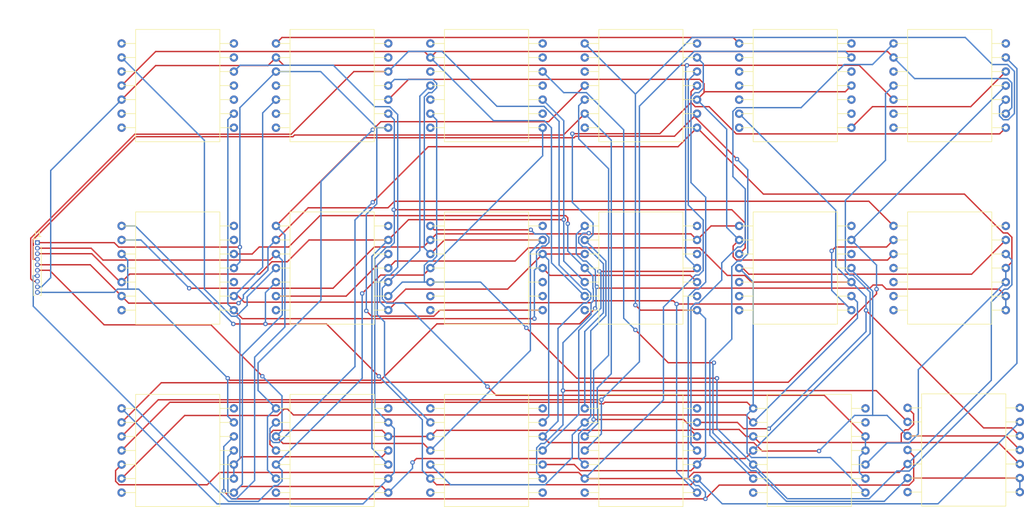
<source format=kicad_pcb>
(kicad_pcb (version 20211014) (generator pcbnew)
  (layers (0 "F.Cu" signal) (31 "B.Cu" signal) (34 "B.Paste" user) (35 "F.Paste" user) (36 "B.SilkS" user "B.Silkscreen") (37 "F.SilkS" user "F.Silkscreen") (38 "B.Mask" user) (39 "F.Mask" user) (44 "Edge.Cuts" user))
  (net 0 "")
  (net 2 "Net-(ITMO1-Pad2)")
  (net 4 "Net-(ITMO1-Pad4)")
  (net 8 "Net-(ITMO1-Pad9)")
  (net 11 "Net-(ITMO1-Pad12)")
  (net 14 "Net-(ITMO12-Pad9)")
  (net 15 "Net-(ITMO11-Pad13)")
  (net 18 "Net-(ITMO11-Pad3)")
  (net 20 "Net-(ITMO11-Pad4)")
  (net 23 "Net-(ITMO14-Pad3)")
  (net 24 "Net-(ITMO14-Pad13)")
  (net 25 "Net-(ITMO12-Pad4)")
  (net 26 "Net-(ITMO14-Pad4)")
  (net 27 "Net-(ITMO10-Pad12)")
  (net 28 "Net-(ITMO14-Pad9)")
  (net 30 "Net-(ITMO10-Pad9)")
  (net 31 "Net-(ITMO10-Pad13)")
  (net 33 "Net-(ITMO13-Pad1)")
  (net 37 "Net-(ITMO10-Pad10)")
  (net 40 "Net-(ITMO5-Pad12)")
  (net 42 "Net-(ITMO15-Pad5)")
  (net 43 "Net-(ITMO15-Pad11)")
  (net 44 "Net-(ITMO12-Pad13)")
  (net 46 "Net-(ITMO10-Pad4)")
  (net 47 "Net-(ITMO10-Pad8)")
  (net 48 "Net-(ITMO12-Pad12)")
  (net 57 "Net-(ITMO18-Pad6)")
  (net 66 "Net-(ITMO10-Pad11)")
  (net 69 "Net-(ITMO10-Pad1)")
  (net 73 "Net-(ITMO10-Pad5)")
  (net 81 "Net-(ITMO12-Pad11)")
  (net 88 "Net-(ITMO13-Pad8)")
  (net 112 "Net-(ITMO1-Pad5)")
  (net 113 "Net-(ITMO11-Pad1)")
  (net 114 "Net-(ITMO11-Pad5)")
  (net 115 "Net-(ITMO17-Pad1)")
  (net 116 "Net-(ITMO2-Pad11)")
  (net 117 "Net-(ITMO15-Pad4)")
  (net 118 "Net-(ITMO4-Pad11)")
  (net 119 "Net-(ITMO14-Pad11)")
  (net 120 "Net-(ITMO6-Pad5)")
  (net 121 "Net-(ITMO10-Pad6)")
  (footprint "LibraryITMO:ITMO" (layer "F.Cu") (at 132.08 109.315)
    (fp_text reference "ITMO6" hide)
    (fp_text value "ITMO-14")
  )
  (footprint "LibraryITMO:ITMO" (layer "F.Cu") (at 215.9 76.295)
    (fp_text reference "ITMO14" hide)
    (fp_text value "ITMO-11")
  )
  (footprint "Connector_PinHeader_1.00mm:PinHeader_1x10_P1.00mm_Vertical" (layer "F.Cu") (at 78.74 86.94)
    (fp_text reference "J1")
    (fp_text value "Conn_01x10_Male")
  )
  (footprint "LibraryITMO:ITMO" (layer "F.Cu") (at 160.02 109.315)
    (fp_text reference "ITMO9" hide)
    (fp_text value "ITMO-15")
  )
  (footprint "LibraryITMO:ITMO" (layer "F.Cu") (at 132.08 43.275)
    (fp_text reference "ITMO4" hide)
    (fp_text value "ITMO-2")
  )
  (footprint "LibraryITMO:ITMO" (layer "F.Cu") (at 160.02 76.295)
    (fp_text reference "ITMO8" hide)
    (fp_text value "ITMO-9")
  )
  (footprint "LibraryITMO:ITMO" (layer "F.Cu") (at 160.02 43.275)
    (fp_text reference "ITMO7" hide)
    (fp_text value "ITMO-3")
  )
  (footprint "LibraryITMO:ITMO" (layer "F.Cu") (at 187.96 43.275)
    (fp_text reference "ITMO10" hide)
    (fp_text value "ITMO-4")
  )
  (footprint "LibraryITMO:ITMO" (layer "F.Cu") (at 187.96 109.315)
    (fp_text reference "ITMO12" hide)
    (fp_text value "ITMO-16")
  )
  (footprint "LibraryITMO:ITMO" (layer "F.Cu") (at 243.84 76.295)
    (fp_text reference "ITMO17" hide)
    (fp_text value "ITMO-12")
  )
  (footprint "LibraryITMO:ITMO" (layer "F.Cu") (at 187.96 76.295)
    (fp_text reference "ITMO11" hide)
    (fp_text value "ITMO-10")
  )
  (footprint "LibraryITMO:ITMO" (layer "F.Cu") (at 218.44 109.315)
    (fp_text reference "ITMO15" hide)
    (fp_text value "ITMO-17")
  )
  (footprint "LibraryITMO:ITMO" (layer "F.Cu") (at 246.38 109.22)
    (fp_text reference "ITMO18" hide)
    (fp_text value "ITMO-18")
  )
  (footprint "LibraryITMO:ITMO" (layer "F.Cu") (at 215.9 43.275)
    (fp_text reference "ITMO13" hide)
    (fp_text value "ITMO-5")
  )
  (footprint "LibraryITMO:ITMO" (layer "F.Cu") (at 104.14 43.275)
    (fp_text reference "ITMO1" hide)
    (fp_text value "ITMO-1")
  )
  (footprint "LibraryITMO:ITMO" (layer "F.Cu") (at 104.14 76.295)
    (fp_text reference "ITMO2" hide)
    (fp_text value "ITMO-7")
  )
  (footprint "LibraryITMO:ITMO" (layer "F.Cu") (at 132.08 76.295)
    (fp_text reference "ITMO5" hide)
    (fp_text value "ITMO-8")
  )
  (footprint "LibraryITMO:ITMO" (layer "F.Cu") (at 104.14 109.315)
    (fp_text reference "ITMO3" hide)
    (fp_text value "ITMO-13")
  )
  (footprint "LibraryITMO:ITMO" (layer "F.Cu") (at 243.84 43.275)
    (fp_text reference "ITMO16" hide)
    (fp_text value "ITMO-6")
  )
  (segment (start 115.7055 125.6895) (end 114.3 127.095) (width 0.25) (layer "F.Cu") (net 2))
  (segment (start 141.1055 125.6895) (end 115.7055 125.6895) (width 0.25) (layer "F.Cu") (net 2))
  (segment (start 142.24 124.555) (end 141.1055 125.6895) (width 0.25) (layer "F.Cu") (net 2))
  (segment (start 114.7449 100.2563) (end 116.6962 98.305) (width 0.25) (layer "B.Cu") (net 2))
  (segment (start 115.3886 126.0064) (end 115.3886 100.9) (width 0.25) (layer "B.Cu") (net 2))
  (segment (start 115.3886 100.9) (end 114.7449 100.2563) (width 0.25) (layer "B.Cu") (net 2))
  (segment (start 116.6962 96.7588) (end 121.92 91.535) (width 0.25) (layer "B.Cu") (net 2))
  (segment (start 114.3 129.635) (end 114.3 127.095) (width 0.25) (layer "B.Cu") (net 2))
  (segment (start 114.3 127.095) (end 115.3886 126.0064) (width 0.25) (layer "B.Cu") (net 2))
  (segment (start 113.8639 100.2563) (end 114.7449 100.2563) (width 0.25) (layer "B.Cu") (net 2))
  (segment (start 108.9658 68.4208) (end 108.9658 95.3582) (width 0.25) (layer "B.Cu") (net 2))
  (segment (start 116.6962 98.305) (end 116.6962 96.7588) (width 0.25) (layer "B.Cu") (net 2))
  (segment (start 93.98 53.435) (end 108.9658 68.4208) (width 0.25) (layer "B.Cu") (net 2))
  (segment (start 108.9658 95.3582) (end 113.8639 100.2563) (width 0.25) (layer "B.Cu") (net 2))
  (segment (start 233.68 53.435) (end 232.5928 52.3478) (width 0.25) (layer "F.Cu") (net 4))
  (segment (start 148.7728 52.3478) (end 149.86 53.435) (width 0.25) (layer "F.Cu") (net 4))
  (segment (start 232.5928 52.3478) (end 150.9472 52.3478) (width 0.25) (layer "F.Cu") (net 4))
  (segment (start 93.98 58.515) (end 100.1472 52.3478) (width 0.25) (layer "F.Cu") (net 4))
  (segment (start 100.1472 52.3478) (end 148.7728 52.3478) (width 0.25) (layer "F.Cu") (net 4))
  (segment (start 150.9472 52.3478) (end 149.86 53.435) (width 0.25) (layer "F.Cu") (net 4))
  (segment (start 149.86 53.435) (end 161.29 64.865) (width 0.25) (layer "B.Cu") (net 4))
  (segment (start 233.68 53.435) (end 237.49 57.245) (width 0.25) (layer "B.Cu") (net 4))
  (segment (start 255.0887 62.5063) (end 254 63.595) (width 0.25) (layer "B.Cu") (net 4))
  (segment (start 255.0887 58.0056) (end 255.0887 62.5063) (width 0.25) (layer "B.Cu") (net 4))
  (segment (start 254.3281 57.245) (end 255.0887 58.0056) (width 0.25) (layer "B.Cu") (net 4))
  (segment (start 161.29 64.865) (end 170.4824 64.865) (width 0.25) (layer "B.Cu") (net 4))
  (segment (start 170.4824 64.865) (end 171.7731 66.1557) (width 0.25) (layer "B.Cu") (net 4))
  (segment (start 171.7731 66.1557) (end 171.7731 90.5881) (width 0.25) (layer "B.Cu") (net 4))
  (segment (start 171.7731 90.5881) (end 177.8 96.615) (width 0.25) (layer "B.Cu") (net 4))
  (segment (start 237.49 57.245) (end 254.3281 57.245) (width 0.25) (layer "B.Cu") (net 4))
  (segment (start 196.907 92.862) (end 198.12 94.075) (width 0.25) (layer "F.Cu") (net 8))
  (segment (start 150.5611 84.6161) (end 149.86 83.915) (width 0.25) (layer "F.Cu") (net 8))
  (segment (start 171.507 92.862) (end 196.907 92.862) (width 0.25) (layer "F.Cu") (net 8))
  (segment (start 115.8372 100.6922) (end 114.3 99.155) (width 0.25) (layer "F.Cu") (net 8))
  (segment (start 168.685 100.6922) (end 115.8372 100.6922) (width 0.25) (layer "F.Cu") (net 8))
  (segment (start 168.0269 84.6161) (end 150.5611 84.6161) (width 0.25) (layer "F.Cu") (net 8))
  (segment (start 170.18 91.535) (end 171.507 92.862) (width 0.25) (layer "F.Cu") (net 8))
  (via (at 168.0269 84.6161) (size 0.8) (drill 0.4) (layers "F.Cu" "B.Cu") (net 8))
  (via (at 168.685 100.6922) (size 0.8) (drill 0.4) (layers "F.Cu" "B.Cu") (net 8))
  (segment (start 170.6909 85.3678) (end 168.7786 85.3678) (width 0.25) (layer "B.Cu") (net 8))
  (segment (start 170.091 87.5465) (end 170.6792 87.5465) (width 0.25) (layer "B.Cu") (net 8))
  (segment (start 113.2104 64.6846) (end 113.2104 98.0654) (width 0.25) (layer "B.Cu") (net 8))
  (segment (start 170.18 91.535) (end 169.0696 91.535) (width 0.25) (layer "B.Cu") (net 8))
  (segment (start 169.0696 91.535) (end 169.0696 88.5679) (width 0.25) (layer "B.Cu") (net 8))
  (segment (start 169.0696 88.5679) (end 170.091 87.5465) (width 0.25) (layer "B.Cu") (net 8))
  (segment (start 171.3229 85.9998) (end 170.6909 85.3678) (width 0.25) (layer "B.Cu") (net 8))
  (segment (start 169.0696 91.535) (end 168.685 91.9196) (width 0.25) (layer "B.Cu") (net 8))
  (segment (start 171.3229 86.9028) (end 171.3229 85.9998) (width 0.25) (layer "B.Cu") (net 8))
  (segment (start 114.3 63.595) (end 113.2104 64.6846) (width 0.25) (layer "B.Cu") (net 8))
  (segment (start 168.685 91.9196) (end 168.685 100.6922) (width 0.25) (layer "B.Cu") (net 8))
  (segment (start 168.7786 85.3678) (end 168.0269 84.6161) (width 0.25) (layer "B.Cu") (net 8))
  (segment (start 170.6792 87.5465) (end 171.3229 86.9028) (width 0.25) (layer "B.Cu") (net 8))
  (segment (start 113.2104 98.0654) (end 114.3 99.155) (width 0.25) (layer "B.Cu") (net 8))
  (segment (start 194.424 98.0437) (end 193.8359 97.4556) (width 0.25) (layer "F.Cu") (net 11))
  (segment (start 194.424 98.0437) (end 224.9487 98.0437) (width 0.25) (layer "F.Cu") (net 11))
  (segment (start 222.4854 88.4298) (end 223.1902 87.725) (width 0.25) (layer "F.Cu") (net 11))
  (segment (start 179.0099 97.8062) (end 143.5888 97.8062) (width 0.25) (layer "F.Cu") (net 11))
  (segment (start 223.1902 87.725) (end 232.41 87.725) (width 0.25) (layer "F.Cu") (net 11))
  (segment (start 232.41 87.725) (end 233.68 86.455) (width 0.25) (layer "F.Cu") (net 11))
  (segment (start 179.3605 97.4556) (end 179.0099 97.8062) (width 0.25) (layer "F.Cu") (net 11))
  (segment (start 193.8359 97.4556) (end 179.3605 97.4556) (width 0.25) (layer "F.Cu") (net 11))
  (segment (start 224.9487 98.0437) (end 226.06 99.155) (width 0.25) (layer "F.Cu") (net 11))
  (segment (start 143.5888 97.8062) (end 142.24 99.155) (width 0.25) (layer "F.Cu") (net 11))
  (via (at 222.4854 88.4298) (size 0.8) (drill 0.4) (layers "F.Cu" "B.Cu") (net 11))
  (via (at 194.424 98.0437) (size 0.8) (drill 0.4) (layers "F.Cu" "B.Cu") (net 11))
  (segment (start 143.9472 91.398) (end 143.9472 63.7583) (width 0.25) (layer "B.Cu") (net 11))
  (segment (start 140.7004 94.0377) (end 141.9331 92.805) (width 0.25) (layer "B.Cu") (net 11))
  (segment (start 198.12 132.175) (end 194.4241 128.4791) (width 0.25) (layer "B.Cu") (net 11))
  (segment (start 142.24 99.155) (end 140.7004 97.6154) (width 0.25) (layer "B.Cu") (net 11))
  (segment (start 139.7822 62.325) (end 132.2928 54.8356) (width 0.25) (layer "B.Cu") (net 11))
  (segment (start 142.5139 62.325) (end 139.7822 62.325) (width 0.25) (layer "B.Cu") (net 11))
  (segment (start 222.4854 95.5804) (end 222.4854 88.4298) (width 0.25) (layer "B.Cu") (net 11))
  (segment (start 141.9331 92.805) (end 142.5402 92.805) (width 0.25) (layer "B.Cu") (net 11))
  (segment (start 226.06 99.155) (end 222.4854 95.5804) (width 0.25) (layer "B.Cu") (net 11))
  (segment (start 194.4241 98.0437) (end 194.424 98.0437) (width 0.25) (layer "B.Cu") (net 11))
  (segment (start 140.7004 97.6154) (end 140.7004 94.0377) (width 0.25) (layer "B.Cu") (net 11))
  (segment (start 194.4241 128.4791) (end 194.4241 98.0437) (width 0.25) (layer "B.Cu") (net 11))
  (segment (start 143.9472 63.7583) (end 142.5139 62.325) (width 0.25) (layer "B.Cu") (net 11))
  (segment (start 115.4394 54.8356) (end 114.3 55.975) (width 0.25) (layer "B.Cu") (net 11))
  (segment (start 142.5402 92.805) (end 143.9472 91.398) (width 0.25) (layer "B.Cu") (net 11))
  (segment (start 132.2928 54.8356) (end 115.4394 54.8356) (width 0.25) (layer "B.Cu") (net 11))
  (segment (start 197.0088 130.7462) (end 198.12 129.635) (width 0.25) (layer "F.Cu") (net 14))
  (segment (start 131.0712 101.6536) (end 140.5312 111.1136) (width 0.25) (layer "F.Cu") (net 14))
  (segment (start 120.0133 101.6536) (end 131.0712 101.6536) (width 0.25) (layer "F.Cu") (net 14))
  (segment (start 114.1927 101.6536) (end 120.0133 101.6536) (width 0.25) (layer "F.Cu") (net 14))
  (segment (start 150.9712 130.7462) (end 197.0088 130.7462) (width 0.25) (layer "F.Cu") (net 14))
  (segment (start 149.86 129.635) (end 150.9712 130.7462) (width 0.25) (layer "F.Cu") (net 14))
  (via (at 120.0133 101.6536) (size 0.8) (drill 0.4) (layers "F.Cu" "B.Cu") (net 14))
  (via (at 114.1927 101.6536) (size 0.8) (drill 0.4) (layers "F.Cu" "B.Cu") (net 14))
  (via (at 140.5312 111.1136) (size 0.8) (drill 0.4) (layers "F.Cu" "B.Cu") (net 14))
  (segment (start 120.0133 95.9817) (end 121.92 94.075) (width 0.25) (layer "B.Cu") (net 14))
  (segment (start 120.0133 101.6536) (end 120.0133 95.9817) (width 0.25) (layer "B.Cu") (net 14))
  (segment (start 140.5312 111.1136) (end 148.4072 118.9896) (width 0.25) (layer "B.Cu") (net 14))
  (segment (start 198.12 129.635) (end 202.6888 134.2038) (width 0.25) (layer "B.Cu") (net 14))
  (segment (start 202.6888 134.2038) (end 241.7162 134.2038) (width 0.25) (layer "B.Cu") (net 14))
  (segment (start 241.7162 134.2038) (end 256.54 119.38) (width 0.25) (layer "B.Cu") (net 14))
  (segment (start 148.4072 128.1822) (end 149.86 129.635) (width 0.25) (layer "B.Cu") (net 14))
  (segment (start 148.4072 118.9896) (end 148.4072 128.1822) (width 0.25) (layer "B.Cu") (net 14))
  (segment (start 93.98 83.915) (end 96.4541 83.915) (width 0.25) (layer "B.Cu") (net 14))
  (segment (start 96.4541 83.915) (end 114.1927 101.6536) (width 0.25) (layer "B.Cu") (net 14))
  (segment (start 198.12 86.455) (end 197.0164 85.3514) (width 0.25) (layer "F.Cu") (net 15))
  (segment (start 200.66 83.915) (end 205.74 83.915) (width 0.25) (layer "F.Cu") (net 15))
  (segment (start 150.9636 85.3514) (end 149.86 86.455) (width 0.25) (layer "F.Cu") (net 15))
  (segment (start 106.2051 95.1881) (end 132.2501 95.1881) (width 0.25) (layer "F.Cu") (net 15))
  (segment (start 178.5293 85.3514) (end 150.9636 85.3514) (width 0.25) (layer "F.Cu") (net 15))
  (segment (start 198.12 86.455) (end 200.66 83.915) (width 0.25) (layer "F.Cu") (net 15))
  (segment (start 132.2501 95.1881) (end 139.7132 87.725) (width 0.25) (layer "F.Cu") (net 15))
  (segment (start 139.7132 87.725) (end 148.59 87.725) (width 0.25) (layer "F.Cu") (net 15))
  (segment (start 178.5293 85.3514) (end 178.5293 85.2177) (width 0.25) (layer "F.Cu") (net 15))
  (segment (start 197.0164 85.3514) (end 178.5293 85.3514) (width 0.25) (layer "F.Cu") (net 15))
  (segment (start 148.59 87.725) (end 149.86 86.455) (width 0.25) (layer "F.Cu") (net 15))
  (via (at 106.2051 95.1881) (size 0.8) (drill 0.4) (layers "F.Cu" "B.Cu") (net 15))
  (via (at 178.5293 85.2177) (size 0.8) (drill 0.4) (layers "F.Cu" "B.Cu") (net 15))
  (segment (start 181.1758 90.7553) (end 181.1758 99.6347) (width 0.25) (layer "B.Cu") (net 15))
  (segment (start 97.472 86.455) (end 106.2051 95.1881) (width 0.25) (layer "B.Cu") (net 15))
  (segment (start 178.5293 85.2177) (end 177.4869 85.2177) (width 0.25) (layer "B.Cu") (net 15))
  (segment (start 93.98 86.455) (end 97.472 86.455) (width 0.25) (layer "B.Cu") (net 15))
  (segment (start 176.7059 86.959) (end 177.4719 87.725) (width 0.25) (layer "B.Cu") (net 15))
  (segment (start 181.1758 99.6347) (end 177.8 103.0105) (width 0.25) (layer "B.Cu") (net 15))
  (segment (start 177.4719 87.725) (end 178.1455 87.725) (width 0.25) (layer "B.Cu") (net 15))
  (segment (start 177.8 103.0105) (end 177.8 116.935) (width 0.25) (layer "B.Cu") (net 15))
  (segment (start 177.4869 85.2177) (end 176.7059 85.9987) (width 0.25) (layer "B.Cu") (net 15))
  (segment (start 178.1455 87.725) (end 181.1758 90.7553) (width 0.25) (layer "B.Cu") (net 15))
  (segment (start 176.7059 85.9987) (end 176.7059 86.959) (width 0.25) (layer "B.Cu") (net 15))
  (segment (start 116.1659 97.7065) (end 115.0744 96.615) (width 0.25) (layer "F.Cu") (net 18))
  (segment (start 170.18 88.995) (end 163.83 95.345) (width 0.25) (layer "F.Cu") (net 18))
  (segment (start 163.83 95.345) (end 145.4133 95.345) (width 0.25) (layer "F.Cu") (net 18))
  (segment (start 145.4133 95.345) (end 143.0518 97.7065) (width 0.25) (layer "F.Cu") (net 18))
  (segment (start 170.18 88.995) (end 177.8 88.995) (width 0.25) (layer "F.Cu") (net 18))
  (segment (start 115.0744 96.615) (end 114.3 96.615) (width 0.25) (layer "F.Cu") (net 18))
  (segment (start 143.0518 97.7065) (end 116.1659 97.7065) (width 0.25) (layer "F.Cu") (net 18))
  (segment (start 119.5043 91.4107) (end 119.5043 63.4707) (width 0.25) (layer "B.Cu") (net 18))
  (segment (start 171.2672 118.3878) (end 170.18 119.475) (width 0.25) (layer "B.Cu") (net 18))
  (segment (start 171.2672 90.0822) (end 171.2672 118.3878) (width 0.25) (layer "B.Cu") (net 18))
  (segment (start 119.5043 63.4707) (end 121.92 61.055) (width 0.25) (layer "B.Cu") (net 18))
  (segment (start 170.18 88.995) (end 171.2672 90.0822) (width 0.25) (layer "B.Cu") (net 18))
  (segment (start 114.3 96.615) (end 119.5043 91.4107) (width 0.25) (layer "B.Cu") (net 18))
  (segment (start 174.7248 82.4357) (end 174.7248 83.5049) (width 0.25) (layer "F.Cu") (net 20))
  (segment (start 174.3391 82.05) (end 174.7248 82.4357) (width 0.25) (layer "F.Cu") (net 20))
  (segment (start 117.6149 88.995) (end 118.8849 87.725) (width 0.25) (layer "F.Cu") (net 20))
  (segment (start 114.3 88.995) (end 117.6149 88.995) (width 0.25) (layer "F.Cu") (net 20))
  (segment (start 230.5551 113.7151) (end 173.8575 113.7151) (width 0.25) (layer "F.Cu") (net 20))
  (segment (start 129.886 82.05) (end 174.3391 82.05) (width 0.25) (layer "F.Cu") (net 20))
  (segment (start 236.22 119.38) (end 230.5551 113.7151) (width 0.25) (layer "F.Cu") (net 20))
  (segment (start 118.8849 87.725) (end 124.211 87.725) (width 0.25) (layer "F.Cu") (net 20))
  (segment (start 124.211 87.725) (end 129.886 82.05) (width 0.25) (layer "F.Cu") (net 20))
  (via (at 174.7248 83.5049) (size 0.8) (drill 0.4) (layers "F.Cu" "B.Cu") (net 20))
  (via (at 173.8575 113.7151) (size 0.8) (drill 0.4) (layers "F.Cu" "B.Cu") (net 20))
  (segment (start 173.8575 105.043) (end 173.8575 113.7151) (width 0.25) (layer "B.Cu") (net 20))
  (segment (start 179.3491 95.3086) (end 179.3491 97.467) (width 0.25) (layer "B.Cu") (net 20))
  (segment (start 179.2754 93.0104) (end 179.2754 95.2349) (width 0.25) (layer "B.Cu") (net 20))
  (segment (start 173.8575 119.9241) (end 170.4966 123.285) (width 0.25) (layer "B.Cu") (net 20))
  (segment (start 177.8 91.535) (end 174.7248 88.4598) (width 0.25) (layer "B.Cu") (net 20))
  (segment (start 170.4966 123.285) (end 169.8799 123.285) (width 0.25) (layer "B.Cu") (net 20))
  (segment (start 173.8575 113.7151) (end 173.8575 119.9241) (width 0.25) (layer "B.Cu") (net 20))
  (segment (start 174.7248 88.4598) (end 174.7248 83.5049) (width 0.25) (layer "B.Cu") (net 20))
  (segment (start 169.8799 123.285) (end 169.0891 124.0758) (width 0.25) (layer "B.Cu") (net 20))
  (segment (start 179.3491 97.467) (end 178.9357 97.8804) (width 0.25) (layer "B.Cu") (net 20))
  (segment (start 177.8 91.535) (end 179.2754 93.0104) (width 0.25) (layer "B.Cu") (net 20))
  (segment (start 178.9357 99.9648) (end 173.8575 105.043) (width 0.25) (layer "B.Cu") (net 20))
  (segment (start 178.9357 97.8804) (end 178.9357 99.9648) (width 0.25) (layer "B.Cu") (net 20))
  (segment (start 169.0891 124.0758) (end 169.0891 128.5441) (width 0.25) (layer "B.Cu") (net 20))
  (segment (start 179.2754 95.2349) (end 179.3491 95.3086) (width 0.25) (layer "B.Cu") (net 20))
  (segment (start 169.0891 128.5441) (end 170.18 129.635) (width 0.25) (layer "B.Cu") (net 20))
  (segment (start 206.8296 83.3999) (end 206.8296 87.9054) (width 0.25) (layer "F.Cu") (net 23))
  (segment (start 204.4072 80.9775) (end 206.8296 83.3999) (width 0.25) (layer "F.Cu") (net 23))
  (segment (start 206.8296 87.9054) (end 205.74 88.995) (width 0.25) (layer "F.Cu") (net 23))
  (segment (start 143.2221 80.9775) (end 204.4072 80.9775) (width 0.25) (layer "F.Cu") (net 23))
  (via (at 143.2221 80.9775) (size 0.8) (drill 0.4) (layers "F.Cu" "B.Cu") (net 23))
  (segment (start 141.9399 87.725) (end 142.5469 87.725) (width 0.25) (layer "B.Cu") (net 23))
  (segment (start 143.3347 80.9775) (end 143.2221 80.9775) (width 0.25) (layer "B.Cu") (net 23))
  (segment (start 143.3347 64.6897) (end 142.24 63.595) (width 0.25) (layer "B.Cu") (net 23))
  (segment (start 143.3347 86.9372) (end 143.3347 80.9775) (width 0.25) (layer "B.Cu") (net 23))
  (segment (start 143.3347 80.9775) (end 143.3347 64.6897) (width 0.25) (layer "B.Cu") (net 23))
  (segment (start 142.24 119.475) (end 139.7945 117.0295) (width 0.25) (layer "B.Cu") (net 23))
  (segment (start 143.3296 128.5454) (end 143.3296 120.5646) (width 0.25) (layer "B.Cu") (net 23))
  (segment (start 93.98 116.935) (end 111.264 134.219) (width 0.25) (layer "B.Cu") (net 23))
  (segment (start 142.5469 87.725) (end 143.3347 86.9372) (width 0.25) (layer "B.Cu") (net 23))
  (segment (start 142.24 129.635) (end 143.3296 128.5454) (width 0.25) (layer "B.Cu") (net 23))
  (segment (start 143.3296 120.5646) (end 142.24 119.475) (width 0.25) (layer "B.Cu") (net 23))
  (segment (start 139.7945 117.0295) (end 139.7945 89.8704) (width 0.25) (layer "B.Cu") (net 23))
  (segment (start 139.7945 89.8704) (end 141.9399 87.725) (width 0.25) (layer "B.Cu") (net 23))
  (segment (start 137.656 134.219) (end 142.24 129.635) (width 0.25) (layer "B.Cu") (net 23))
  (segment (start 111.264 134.219) (end 137.656 134.219) (width 0.25) (layer "B.Cu") (net 23))
  (segment (start 93.98 119.475) (end 101.1662 112.2888) (width 0.25) (layer "F.Cu") (net 24))
  (segment (start 101.1662 112.2888) (end 141.0181 112.2888) (width 0.25) (layer "F.Cu") (net 24))
  (segment (start 141.0181 112.2888) (end 141.1057 112.2012) (width 0.25) (layer "F.Cu") (net 24))
  (segment (start 214.6177 112.2012) (end 230.6042 96.2147) (width 0.25) (layer "F.Cu") (net 24))
  (segment (start 141.1057 112.2012) (end 214.6177 112.2012) (width 0.25) (layer "F.Cu") (net 24))
  (segment (start 230.6042 96.2147) (end 230.6042 95.358) (width 0.25) (layer "F.Cu") (net 24))
  (via (at 230.6042 95.358) (size 0.8) (drill 0.4) (layers "F.Cu" "B.Cu") (net 24))
  (segment (start 226.06 86.455) (end 254 58.515) (width 0.25) (layer "B.Cu") (net 24))
  (segment (start 226.06 86.455) (end 230.6042 90.9992) (width 0.25) (layer "B.Cu") (net 24))
  (segment (start 230.6042 90.9992) (end 230.6042 95.358) (width 0.25) (layer "B.Cu") (net 24))
  (segment (start 100.6207 115.3743) (end 180.8081 115.3743) (width 0.25) (layer "F.Cu") (net 25))
  (segment (start 93.98 122.015) (end 100.6207 115.3743) (width 0.25) (layer "F.Cu") (net 25))
  (segment (start 180.8081 115.3743) (end 180.8099 115.3761) (width 0.25) (layer "F.Cu") (net 25))
  (via (at 180.8099 115.3761) (size 0.8) (drill 0.4) (layers "F.Cu" "B.Cu") (net 25))
  (segment (start 187.693 62.2249) (end 187.693 108.493) (width 0.25) (layer "B.Cu") (net 25))
  (segment (start 180.8099 121.5451) (end 180.8099 115.3761) (width 0.25) (layer "B.Cu") (net 25))
  (segment (start 177.8 124.555) (end 180.8099 121.5451) (width 0.25) (layer "B.Cu") (net 25))
  (segment (start 224.9487 52.3237) (end 197.5942 52.3237) (width 0.25) (layer "B.Cu") (net 25))
  (segment (start 197.5942 52.3237) (end 187.693 62.2249) (width 0.25) (layer "B.Cu") (net 25))
  (segment (start 187.693 108.493) (end 180.8099 115.3761) (width 0.25) (layer "B.Cu") (net 25))
  (segment (start 226.06 53.435) (end 224.9487 52.3237) (width 0.25) (layer "B.Cu") (net 25))
  (segment (start 206.3766 91.535) (end 205.74 91.535) (width 0.25) (layer "F.Cu") (net 26))
  (segment (start 102.7105 115.8245) (end 180.2329 115.8245) (width 0.25) (layer "F.Cu") (net 26))
  (segment (start 207.4878 92.6462) (end 206.3766 91.535) (width 0.25) (layer "F.Cu") (net 26))
  (segment (start 181.4322 115.8245) (end 207.1695 115.8245) (width 0.25) (layer "F.Cu") (net 26))
  (segment (start 93.98 124.555) (end 102.7105 115.8245) (width 0.25) (layer "F.Cu") (net 26))
  (segment (start 181.1555 116.1012) (end 181.4322 115.8245) (width 0.25) (layer "F.Cu") (net 26))
  (segment (start 180.2329 115.8245) (end 180.5096 116.1012) (width 0.25) (layer "F.Cu") (net 26))
  (segment (start 207.1695 115.8245) (end 208.28 116.935) (width 0.25) (layer "F.Cu") (net 26))
  (segment (start 247.8088 92.6462) (end 207.4878 92.6462) (width 0.25) (layer "F.Cu") (net 26))
  (segment (start 254 86.455) (end 247.8088 92.6462) (width 0.25) (layer "F.Cu") (net 26))
  (segment (start 180.5096 116.1012) (end 181.1555 116.1012) (width 0.25) (layer "F.Cu") (net 26))
  (segment (start 208.28 116.935) (end 207.1722 118.0428) (width 0.25) (layer "B.Cu") (net 26))
  (segment (start 207.1722 118.0428) (end 207.1722 125.0173) (width 0.25) (layer "B.Cu") (net 26))
  (segment (start 207.9799 125.825) (end 222.25 125.825) (width 0.25) (layer "B.Cu") (net 26))
  (segment (start 207.1722 125.0173) (end 207.9799 125.825) (width 0.25) (layer "B.Cu") (net 26))
  (segment (start 208.28 94.075) (end 205.74 91.535) (width 0.25) (layer "B.Cu") (net 26))
  (segment (start 222.25 125.825) (end 228.6 132.175) (width 0.25) (layer "B.Cu") (net 26))
  (segment (start 208.28 116.935) (end 208.28 94.075) (width 0.25) (layer "B.Cu") (net 26))
  (segment (start 93.98 127.095) (end 92.8912 128.1838) (width 0.25) (layer "F.Cu") (net 27))
  (segment (start 234.7034 128.5166) (end 197.5144 128.5166) (width 0.25) (layer "F.Cu") (net 27))
  (segment (start 236.22 127) (end 234.7034 128.5166) (width 0.25) (layer "F.Cu") (net 27))
  (segment (start 111.705 128.5237) (end 176.6887 128.5237) (width 0.25) (layer "F.Cu") (net 27))
  (segment (start 92.8912 128.1838) (end 92.8912 130.1189) (width 0.25) (layer "F.Cu") (net 27))
  (segment (start 197.5144 128.5166) (end 196.396 129.635) (width 0.25) (layer "F.Cu") (net 27))
  (segment (start 92.8912 130.1189) (end 93.5268 130.7545) (width 0.25) (layer "F.Cu") (net 27))
  (segment (start 93.5268 130.7545) (end 109.4742 130.7545) (width 0.25) (layer "F.Cu") (net 27))
  (segment (start 109.4742 130.7545) (end 111.705 128.5237) (width 0.25) (layer "F.Cu") (net 27))
  (segment (start 196.396 129.635) (end 177.8 129.635) (width 0.25) (layer "F.Cu") (net 27))
  (segment (start 176.6887 128.5237) (end 177.8 129.635) (width 0.25) (layer "F.Cu") (net 27))
  (segment (start 192.0423 98.6068) (end 197.8441 92.805) (width 0.25) (layer "B.Cu") (net 27))
  (segment (start 253.7325 95.345) (end 254.3253 95.345) (width 0.25) (layer "B.Cu") (net 27))
  (segment (start 199.235 82.8278) (end 196.5297 80.1225) (width 0.25) (layer "B.Cu") (net 27))
  (segment (start 198.4405 92.805) (end 199.235 92.0105) (width 0.25) (layer "B.Cu") (net 27))
  (segment (start 177.8 129.635) (end 192.0423 115.3927) (width 0.25) (layer "B.Cu") (net 27))
  (segment (start 192.0423 115.3927) (end 192.0423 98.6068) (width 0.25) (layer "B.Cu") (net 27))
  (segment (start 199.235 92.0105) (end 199.235 82.8278) (width 0.25) (layer "B.Cu") (net 27))
  (segment (start 251.3767 97.7008) (end 253.7325 95.345) (width 0.25) (layer "B.Cu") (net 27))
  (segment (start 196.5297 80.1225) (end 196.5297 57.5653) (width 0.25) (layer "B.Cu") (net 27))
  (segment (start 197.8441 92.805) (end 198.4405 92.805) (width 0.25) (layer "B.Cu") (net 27))
  (segment (start 196.5297 57.5653) (end 198.12 55.975) (width 0.25) (layer "B.Cu") (net 27))
  (segment (start 254.3253 95.345) (end 255.1005 94.5698) (width 0.25) (layer "B.Cu") (net 27))
  (segment (start 236.22 127) (end 251.3767 111.8433) (width 0.25) (layer "B.Cu") (net 27))
  (segment (start 255.1005 94.5698) (end 255.1005 90.0955) (width 0.25) (layer "B.Cu") (net 27))
  (segment (start 251.3767 111.8433) (end 251.3767 97.7008) (width 0.25) (layer "B.Cu") (net 27))
  (segment (start 255.1005 90.0955) (end 254 88.995) (width 0.25) (layer "B.Cu") (net 27))
  (segment (start 123.996 117.0399) (end 123.3954 117.0399) (width 0.25) (layer "F.Cu") (net 28))
  (segment (start 122.2186 118.2167) (end 105.3983 118.2167) (width 0.25) (layer "F.Cu") (net 28))
  (segment (start 125.0762 118.1201) (end 123.996 117.0399) (width 0.25) (layer "F.Cu") (net 28))
  (segment (start 105.3983 118.2167) (end 93.98 129.635) (width 0.25) (layer "F.Cu") (net 28))
  (segment (start 123.3954 117.0399) (end 122.2186 118.2167) (width 0.25) (layer "F.Cu") (net 28))
  (segment (start 208.28 119.475) (end 206.9251 118.1201) (width 0.25) (layer "F.Cu") (net 28))
  (segment (start 206.9251 118.1201) (end 125.0762 118.1201) (width 0.25) (layer "F.Cu") (net 28))
  (segment (start 227.1496 100.6054) (end 227.1496 97.7046) (width 0.25) (layer "B.Cu") (net 28))
  (segment (start 208.28 119.475) (end 227.1496 100.6054) (width 0.25) (layer "B.Cu") (net 28))
  (segment (start 227.1496 97.7046) (end 226.06 96.615) (width 0.25) (layer "B.Cu") (net 28))
  (segment (start 176.1303 67.6756) (end 194.0394 67.6756) (width 0.25) (layer "F.Cu") (net 30))
  (segment (start 175.8502 67.9557) (end 176.1303 67.6756) (width 0.25) (layer "F.Cu") (net 30))
  (segment (start 194.0394 67.6756) (end 197.6212 64.0938) (width 0.25) (layer "F.Cu") (net 30))
  (segment (start 197.6212 64.0938) (end 205.3443 71.817) (width 0.25) (layer "F.Cu") (net 30))
  (segment (start 197.6212 64.0938) (end 198.12 63.595) (width 0.25) (layer "F.Cu") (net 30))
  (segment (start 121.92 83.915) (end 137.8793 67.9557) (width 0.25) (layer "F.Cu") (net 30))
  (segment (start 137.8793 67.9557) (end 175.8502 67.9557) (width 0.25) (layer "F.Cu") (net 30))
  (via (at 205.3443 71.817) (size 0.8) (drill 0.4) (layers "F.Cu" "B.Cu") (net 30))
  (segment (start 200.4456 121.8006) (end 200.4456 108.3686) (width 0.25) (layer "B.Cu") (net 30))
  (segment (start 204.4087 104.4055) (end 204.4087 91.2787) (width 0.25) (layer "B.Cu") (net 30))
  (segment (start 121.92 83.915) (end 123.528 85.523) (width 0.25) (layer "B.Cu") (net 30))
  (segment (start 113.2128 125.6422) (end 114.3 124.555) (width 0.25) (layer "B.Cu") (net 30))
  (segment (start 208.28 129.635) (end 200.4456 121.8006) (width 0.25) (layer "B.Cu") (net 30))
  (segment (start 123.528 85.523) (end 123.528 102.1968) (width 0.25) (layer "B.Cu") (net 30))
  (segment (start 118.0504 129.9845) (end 114.7165 133.3184) (width 0.25) (layer "B.Cu") (net 30))
  (segment (start 206.0209 90.265) (end 207.3015 88.9844) (width 0.25) (layer "B.Cu") (net 30))
  (segment (start 113.854 133.3184) (end 113.2128 132.6772) (width 0.25) (layer "B.Cu") (net 30))
  (segment (start 207.3015 73.7742) (end 205.3443 71.817) (width 0.25) (layer "B.Cu") (net 30))
  (segment (start 114.7165 133.3184) (end 113.854 133.3184) (width 0.25) (layer "B.Cu") (net 30))
  (segment (start 205.4224 90.265) (end 206.0209 90.265) (width 0.25) (layer "B.Cu") (net 30))
  (segment (start 207.3015 88.9844) (end 207.3015 73.7742) (width 0.25) (layer "B.Cu") (net 30))
  (segment (start 118.0504 107.6744) (end 118.0504 129.9845) (width 0.25) (layer "B.Cu") (net 30))
  (segment (start 200.4456 108.3686) (end 204.4087 104.4055) (width 0.25) (layer "B.Cu") (net 30))
  (segment (start 204.4087 91.2787) (end 205.4224 90.265) (width 0.25) (layer "B.Cu") (net 30))
  (segment (start 113.2128 132.6772) (end 113.2128 125.6422) (width 0.25) (layer "B.Cu") (net 30))
  (segment (start 123.528 102.1968) (end 118.0504 107.6744) (width 0.25) (layer "B.Cu") (net 30))
  (segment (start 113.8946 133.3071) (end 199.6352 133.3071) (width 0.25) (layer "F.Cu") (net 31))
  (segment (start 112.468 131.8805) (end 113.8946 133.3071) (width 0.25) (layer "F.Cu") (net 31))
  (segment (start 237.3228 125.5628) (end 236.22 124.46) (width 0.25) (layer "F.Cu") (net 31))
  (segment (start 202.1323 130.81) (end 236.4941 130.81) (width 0.25) (layer "F.Cu") (net 31))
  (segment (start 237.3228 129.54) (end 237.3228 125.5628) (width 0.25) (layer "F.Cu") (net 31))
  (segment (start 236.4941 130.81) (end 237.3228 129.9813) (width 0.25) (layer "F.Cu") (net 31))
  (segment (start 237.3228 129.9813) (end 237.3228 129.54) (width 0.25) (layer "F.Cu") (net 31))
  (segment (start 256.54 129.54) (end 237.3228 129.54) (width 0.25) (layer "F.Cu") (net 31))
  (segment (start 199.6352 133.3071) (end 202.1323 130.81) (width 0.25) (layer "F.Cu") (net 31))
  (via (at 199.6352 133.3071) (size 0.8) (drill 0.4) (layers "F.Cu" "B.Cu") (net 31))
  (via (at 112.468 131.8805) (size 0.8) (drill 0.4) (layers "F.Cu" "B.Cu") (net 31))
  (segment (start 256.54 129.54) (end 256.54 132.08) (width 0.25) (layer "B.Cu") (net 31))
  (segment (start 197.0214 76.0747) (end 199.6852 78.7385) (width 0.25) (layer "B.Cu") (net 31))
  (segment (start 114.3 122.015) (end 112.468 123.847) (width 0.25) (layer "B.Cu") (net 31))
  (segment (start 199.2506 54.5656) (end 199.2506 58.9869) (width 0.25) (layer "B.Cu") (net 31))
  (segment (start 112.468 123.847) (end 112.468 131.8805) (width 0.25) (layer "B.Cu") (net 31))
  (segment (start 199.6352 132.12) (end 199.6352 133.3071) (width 0.25) (layer "B.Cu") (net 31))
  (segment (start 198.12 53.435) (end 199.2506 54.5656) (width 0.25) (layer "B.Cu") (net 31))
  (segment (start 197.0214 60.556) (end 197.0214 76.0747) (width 0.25) (layer "B.Cu") (net 31))
  (segment (start 198.4122 95.345) (end 197.846 95.345) (width 0.25) (layer "B.Cu") (net 31))
  (segment (start 199.6852 78.7385) (end 199.6852 94.072) (width 0.25) (layer "B.Cu") (net 31))
  (segment (start 199.6852 94.072) (end 198.4122 95.345) (width 0.25) (layer "B.Cu") (net 31))
  (segment (start 197.7924 59.785) (end 197.0214 60.556) (width 0.25) (layer "B.Cu") (net 31))
  (segment (start 196.5181 129.5863) (end 197.8368 130.905) (width 0.25) (layer "B.Cu") (net 31))
  (segment (start 196.5181 96.6729) (end 196.5181 129.5863) (width 0.25) (layer "B.Cu") (net 31))
  (segment (start 197.8368 130.905) (end 198.4202 130.905) (width 0.25) (layer "B.Cu") (net 31))
  (segment (start 199.2506 58.9869) (end 198.4525 59.785) (width 0.25) (layer "B.Cu") (net 31))
  (segment (start 198.4525 59.785) (end 197.7924 59.785) (width 0.25) (layer "B.Cu") (net 31))
  (segment (start 197.846 95.345) (end 196.5181 96.6729) (width 0.25) (layer "B.Cu") (net 31))
  (segment (start 198.4202 130.905) (end 199.6352 132.12) (width 0.25) (layer "B.Cu") (net 31))
  (segment (start 204.6523 49.8073) (end 205.74 50.895) (width 0.25) (layer "F.Cu") (net 33))
  (segment (start 121.92 50.895) (end 123.0077 49.8073) (width 0.25) (layer "F.Cu") (net 33))
  (segment (start 123.0077 49.8073) (end 204.6523 49.8073) (width 0.25) (layer "F.Cu") (net 33))
  (segment (start 145.9098 57.3852) (end 198.5875 57.3852) (width 0.25) (layer "F.Cu") (net 37))
  (segment (start 224.9488 59.6262) (end 199.39 59.6262) (width 0.25) (layer "F.Cu") (net 37))
  (segment (start 204.6512 89.4789) (end 205.2568 90.0845) (width 0.25) (layer "F.Cu") (net 37))
  (segment (start 198.12 61.055) (end 199.39 59.785) (width 0.25) (layer "F.Cu") (net 37))
  (segment (start 199.39 58.1877) (end 199.39 59.6262) (width 0.25) (layer "F.Cu") (net 37))
  (segment (start 198.5875 57.3852) (end 199.39 58.1877) (width 0.25) (layer "F.Cu") (net 37))
  (segment (start 199.39 59.785) (end 199.39 59.6262) (width 0.25) (layer "F.Cu") (net 37))
  (segment (start 205.2568 90.0845) (end 232.5905 90.0845) (width 0.25) (layer "F.Cu") (net 37))
  (segment (start 232.5905 90.0845) (end 233.68 88.995) (width 0.25) (layer "F.Cu") (net 37))
  (segment (start 226.06 58.515) (end 224.9488 59.6262) (width 0.25) (layer "F.Cu") (net 37))
  (segment (start 204.6512 87.5438) (end 204.6512 89.4789) (width 0.25) (layer "F.Cu") (net 37))
  (segment (start 205.74 86.455) (end 204.6512 87.5438) (width 0.25) (layer "F.Cu") (net 37))
  (segment (start 142.24 61.055) (end 145.9098 57.3852) (width 0.25) (layer "F.Cu") (net 37))
  (segment (start 203.4837 66.4187) (end 203.4837 84.1987) (width 0.25) (layer "B.Cu") (net 37))
  (segment (start 203.4837 84.1987) (end 205.74 86.455) (width 0.25) (layer "B.Cu") (net 37))
  (segment (start 198.12 61.055) (end 203.4837 66.4187) (width 0.25) (layer "B.Cu") (net 37))
  (segment (start 142.24 88.995) (end 134.62 96.615) (width 0.25) (layer "F.Cu") (net 40))
  (segment (start 134.62 96.615) (end 121.92 96.615) (width 0.25) (layer "F.Cu") (net 40))
  (segment (start 142.24 88.995) (end 140.2447 90.9903) (width 0.25) (layer "B.Cu") (net 40))
  (segment (start 140.2447 90.9903) (end 140.2447 99.9629) (width 0.25) (layer "B.Cu") (net 40))
  (segment (start 141.5584 111.1734) (end 149.86 119.475) (width 0.25) (layer "B.Cu") (net 40))
  (segment (start 140.2447 99.9629) (end 141.5584 101.2766) (width 0.25) (layer "B.Cu") (net 40))
  (segment (start 141.5584 101.2766) (end 141.5584 111.1734) (width 0.25) (layer "B.Cu") (net 40))
  (segment (start 167.2353 102.3631) (end 176.3483 111.4761) (width 0.25) (layer "F.Cu") (net 42))
  (segment (start 176.3483 111.4761) (end 201.7245 111.4761) (width 0.25) (layer "F.Cu") (net 42))
  (via (at 167.2353 102.3631) (size 0.8) (drill 0.4) (layers "F.Cu" "B.Cu") (net 42))
  (via (at 201.7245 111.4761) (size 0.8) (drill 0.4) (layers "F.Cu" "B.Cu") (net 42))
  (segment (start 256.0093 108.7751) (end 236.5144 128.27) (width 0.25) (layer "B.Cu") (net 42))
  (segment (start 150.1602 90.265) (end 149.5531 90.265) (width 0.25) (layer "B.Cu") (net 42))
  (segment (start 149.86 94.075) (end 158.9472 94.075) (width 0.25) (layer "B.Cu") (net 42))
  (segment (start 254 53.435) (end 256.0093 55.4443) (width 0.25) (layer "B.Cu") (net 42))
  (segment (start 229.2615 133.2795) (end 214.4645 133.2795) (width 0.25) (layer "B.Cu") (net 42))
  (segment (start 148.7728 91.0453) (end 148.7728 94.075) (width 0.25) (layer "B.Cu") (net 42))
  (segment (start 214.4645 133.2795) (end 208.28 127.095) (width 0.25) (layer "B.Cu") (net 42))
  (segment (start 158.9472 94.075) (end 167.2353 102.3631) (width 0.25) (layer "B.Cu") (net 42))
  (segment (start 236.5144 128.27) (end 234.271 128.27) (width 0.25) (layer "B.Cu") (net 42))
  (segment (start 234.271 128.27) (end 229.2615 133.2795) (width 0.25) (layer "B.Cu") (net 42))
  (segment (start 149.86 63.595) (end 150.9961 64.7311) (width 0.25) (layer "B.Cu") (net 42))
  (segment (start 142.24 96.615) (end 144.78 94.075) (width 0.25) (layer "B.Cu") (net 42))
  (segment (start 150.9961 89.4291) (end 150.1602 90.265) (width 0.25) (layer "B.Cu") (net 42))
  (segment (start 201.7245 120.5395) (end 208.28 127.095) (width 0.25) (layer "B.Cu") (net 42))
  (segment (start 144.78 94.075) (end 148.7728 94.075) (width 0.25) (layer "B.Cu") (net 42))
  (segment (start 149.5531 90.265) (end 148.7728 91.0453) (width 0.25) (layer "B.Cu") (net 42))
  (segment (start 148.7728 94.075) (end 149.86 94.075) (width 0.25) (layer "B.Cu") (net 42))
  (segment (start 201.7245 111.4761) (end 201.7245 120.5395) (width 0.25) (layer "B.Cu") (net 42))
  (segment (start 150.9961 64.7311) (end 150.9961 89.4291) (width 0.25) (layer "B.Cu") (net 42))
  (segment (start 256.0093 55.4443) (end 256.0093 108.7751) (width 0.25) (layer "B.Cu") (net 42))
  (segment (start 160.1893 112.983) (end 161.7736 114.5673) (width 0.25) (layer "F.Cu") (net 43))
  (segment (start 161.7736 114.5673) (end 221.1523 114.5673) (width 0.25) (layer "F.Cu") (net 43))
  (segment (start 221.1523 114.5673) (end 228.6 122.015) (width 0.25) (layer "F.Cu") (net 43))
  (via (at 160.1893 112.983) (size 0.8) (drill 0.4) (layers "F.Cu" "B.Cu") (net 43))
  (segment (start 149.86 58.515) (end 147.9571 60.4179) (width 0.25) (layer "B.Cu") (net 43))
  (segment (start 145.0913 97.885) (end 160.1893 112.983) (width 0.25) (layer "B.Cu") (net 43))
  (segment (start 141.1506 97.0957) (end 141.9399 97.885) (width 0.25) (layer "B.Cu") (net 43))
  (segment (start 227.5104 128.5454) (end 228.6 129.635) (width 0.25) (layer "B.Cu") (net 43))
  (segment (start 228.6 124.555) (end 227.5104 125.6446) (width 0.25) (layer "B.Cu") (net 43))
  (segment (start 141.1506 95.1644) (end 141.1506 97.0957) (width 0.25) (layer "B.Cu") (net 43))
  (segment (start 147.9571 88.3579) (end 142.24 94.075) (width 0.25) (layer "B.Cu") (net 43))
  (segment (start 228.6 122.015) (end 228.6 124.555) (width 0.25) (layer "B.Cu") (net 43))
  (segment (start 227.5104 125.6446) (end 227.5104 128.5454) (width 0.25) (layer "B.Cu") (net 43))
  (segment (start 142.24 94.075) (end 141.1506 95.1644) (width 0.25) (layer "B.Cu") (net 43))
  (segment (start 141.9399 97.885) (end 145.0913 97.885) (width 0.25) (layer "B.Cu") (net 43))
  (segment (start 147.9571 60.4179) (end 147.9571 88.3579) (width 0.25) (layer "B.Cu") (net 43))
  (segment (start 256.54 121.92) (end 255.0872 120.4672) (width 0.25) (layer "F.Cu") (net 44))
  (segment (start 203.6015 92.8712) (end 206.758 92.8712) (width 0.25) (layer "F.Cu") (net 44))
  (segment (start 198.614 87.8837) (end 203.6015 92.8712) (width 0.25) (layer "F.Cu") (net 44))
  (segment (start 167.585 87.8837) (end 198.614 87.8837) (width 0.25) (layer "F.Cu") (net 44))
  (segment (start 206.758 92.8712) (end 207.9618 94.075) (width 0.25) (layer "F.Cu") (net 44))
  (segment (start 142.24 91.535) (end 143.51 90.265) (width 0.25) (layer "F.Cu") (net 44))
  (segment (start 143.51 90.265) (end 165.2037 90.265) (width 0.25) (layer "F.Cu") (net 44))
  (segment (start 255.0872 120.4672) (end 249.9828 120.4672) (width 0.25) (layer "F.Cu") (net 44))
  (segment (start 211.1131 120.613) (end 206.5596 120.613) (width 0.25) (layer "F.Cu") (net 44))
  (segment (start 205.4216 119.475) (end 198.12 119.475) (width 0.25) (layer "F.Cu") (net 44))
  (segment (start 249.9828 120.4672) (end 228.7019 99.1863) (width 0.25) (layer "F.Cu") (net 44))
  (segment (start 207.9618 94.075) (end 226.06 94.075) (width 0.25) (layer "F.Cu") (net 44))
  (segment (start 165.2037 90.265) (end 167.585 87.8837) (width 0.25) (layer "F.Cu") (net 44))
  (segment (start 206.5596 120.613) (end 205.4216 119.475) (width 0.25) (layer "F.Cu") (net 44))
  (via (at 211.1131 120.613) (size 0.8) (drill 0.4) (layers "F.Cu" "B.Cu") (net 44))
  (via (at 228.7019 99.1863) (size 0.8) (drill 0.4) (layers "F.Cu" "B.Cu") (net 44))
  (segment (start 223.2105 81.0655) (end 223.2105 91.2255) (width 0.25) (layer "B.Cu") (net 44))
  (segment (start 228.7019 103.0242) (end 211.1131 120.613) (width 0.25) (layer "B.Cu") (net 44))
  (segment (start 223.2105 91.2255) (end 226.06 94.075) (width 0.25) (layer "B.Cu") (net 44))
  (segment (start 228.7019 96.7169) (end 228.7019 99.1863) (width 0.25) (layer "B.Cu") (net 44))
  (segment (start 205.74 63.595) (end 223.2105 81.0655) (width 0.25) (layer "B.Cu") (net 44))
  (segment (start 228.7019 99.1863) (end 228.7019 103.0242) (width 0.25) (layer "B.Cu") (net 44))
  (segment (start 226.06 94.075) (end 228.7019 96.7169) (width 0.25) (layer "B.Cu") (net 44))
  (segment (start 140.893 65.0478) (end 171.2672 65.0478) (width 0.25) (layer "F.Cu") (net 46))
  (segment (start 139.4309 66.5099) (end 140.893 65.0478) (width 0.25) (layer "F.Cu") (net 46))
  (segment (start 171.2672 65.0478) (end 177.8 58.515) (width 0.25) (layer "F.Cu") (net 46))
  (via (at 139.4309 66.5099) (size 0.8) (drill 0.4) (layers "F.Cu" "B.Cu") (net 46))
  (segment (start 130.0609 97.3109) (end 130.0609 75.8799) (width 0.25) (layer "B.Cu") (net 46))
  (segment (start 120.3803 118.4747) (end 120.3803 128.0953) (width 0.25) (layer "B.Cu") (net 46))
  (segment (start 121.92 116.935) (end 118.6753 113.6903) (width 0.25) (layer "B.Cu") (net 46))
  (segment (start 121.92 116.935) (end 120.3803 118.4747) (width 0.25) (layer "B.Cu") (net 46))
  (segment (start 118.6753 113.6903) (end 118.6753 108.6965) (width 0.25) (layer "B.Cu") (net 46))
  (segment (start 118.6753 108.6965) (end 130.0609 97.3109) (width 0.25) (layer "B.Cu") (net 46))
  (segment (start 120.3803 128.0953) (end 121.92 129.635) (width 0.25) (layer "B.Cu") (net 46))
  (segment (start 130.0609 75.8799) (end 139.4309 66.5099) (width 0.25) (layer "B.Cu") (net 46))
  (segment (start 253.546 85.185) (end 254.3166 85.185) (width 0.25) (layer "F.Cu") (net 47))
  (segment (start 139.4362 79.6207) (end 149.4834 69.5735) (width 0.25) (layer "F.Cu") (net 47))
  (segment (start 254.3166 85.185) (end 255.0977 85.9661) (width 0.25) (layer "F.Cu") (net 47))
  (segment (start 149.4834 69.5735) (end 194.6815 69.5735) (width 0.25) (layer "F.Cu") (net 47))
  (segment (start 255.0977 90.4373) (end 254 91.535) (width 0.25) (layer "F.Cu") (net 47))
  (segment (start 194.6815 69.5735) (end 198.12 66.135) (width 0.25) (layer "F.Cu") (net 47))
  (segment (start 246.5103 78.1493) (end 253.546 85.185) (width 0.25) (layer "F.Cu") (net 47))
  (segment (start 255.0977 85.9661) (end 255.0977 90.4373) (width 0.25) (layer "F.Cu") (net 47))
  (segment (start 198.12 66.135) (end 210.1343 78.1493) (width 0.25) (layer "F.Cu") (net 47))
  (segment (start 210.1343 78.1493) (end 246.5103 78.1493) (width 0.25) (layer "F.Cu") (net 47))
  (via (at 139.4362 79.6207) (size 0.8) (drill 0.4) (layers "F.Cu" "B.Cu") (net 47))
  (segment (start 120.8305 122.5213) (end 121.4152 123.106) (width 0.25) (layer "B.Cu") (net 47))
  (segment (start 136.2154 82.8415) (end 139.4362 79.6207) (width 0.25) (layer "B.Cu") (net 47))
  (segment (start 254 91.535) (end 254 94.075) (width 0.25) (layer "B.Cu") (net 47))
  (segment (start 121.92 119.475) (end 120.8305 120.5645) (width 0.25) (layer "B.Cu") (net 47))
  (segment (start 120.8305 120.5645) (end 120.8305 122.5213) (width 0.25) (layer "B.Cu") (net 47))
  (segment (start 122.472 123.106) (end 136.2154 109.3626) (width 0.25) (layer "B.Cu") (net 47))
  (segment (start 236.5153 123.19) (end 232.505 123.19) (width 0.25) (layer "B.Cu") (net 47))
  (segment (start 254 94.075) (end 238.1657 109.9093) (width 0.25) (layer "B.Cu") (net 47))
  (segment (start 121.4152 123.106) (end 122.472 123.106) (width 0.25) (layer "B.Cu") (net 47))
  (segment (start 136.2154 109.3626) (end 136.2154 82.8415) (width 0.25) (layer "B.Cu") (net 47))
  (segment (start 238.1657 109.9093) (end 238.1657 121.5396) (width 0.25) (layer "B.Cu") (net 47))
  (segment (start 238.1657 121.5396) (end 236.5153 123.19) (width 0.25) (layer "B.Cu") (net 47))
  (segment (start 232.505 123.19) (end 228.6 127.095) (width 0.25) (layer "B.Cu") (net 47))
  (segment (start 120.8245 123.4595) (end 121.92 124.555) (width 0.25) (layer "F.Cu") (net 48))
  (segment (start 121.42 120.9063) (end 120.8245 121.5018) (width 0.25) (layer "F.Cu") (net 48))
  (segment (start 197.0087 120.9037) (end 198.12 122.015) (width 0.25) (layer "F.Cu") (net 48))
  (segment (start 142.24 122.015) (end 141.1313 120.9063) (width 0.25) (layer "F.Cu") (net 48))
  (segment (start 120.8245 121.5018) (end 120.8245 123.4595) (width 0.25) (layer "F.Cu") (net 48))
  (segment (start 149.86 122.015) (end 150.9713 120.9037) (width 0.25) (layer "F.Cu") (net 48))
  (segment (start 150.9713 120.9037) (end 197.0087 120.9037) (width 0.25) (layer "F.Cu") (net 48))
  (segment (start 149.86 122.015) (end 142.24 122.015) (width 0.25) (layer "F.Cu") (net 48))
  (segment (start 141.1313 120.9063) (end 121.42 120.9063) (width 0.25) (layer "F.Cu") (net 48))
  (segment (start 192.9027 108.6689) (end 201.1707 108.6689) (width 0.25) (layer "F.Cu") (net 57))
  (segment (start 186.9679 102.7341) (end 192.9027 108.6689) (width 0.25) (layer "F.Cu") (net 57))
  (via (at 186.9679 102.7341) (size 0.8) (drill 0.4) (layers "F.Cu" "B.Cu") (net 57))
  (via (at 201.1707 108.6689) (size 0.8) (drill 0.4) (layers "F.Cu" "B.Cu") (net 57))
  (segment (start 200.9994 121.3517) (end 207.8534 128.2057) (width 0.25) (layer "B.Cu") (net 57))
  (segment (start 214.3019 133.7536) (end 232.0064 133.7536) (width 0.25) (layer "B.Cu") (net 57))
  (segment (start 184.843 66.5278) (end 184.843 100.6092) (width 0.25) (layer "B.Cu") (net 57))
  (segment (start 232.0064 133.7536) (end 236.22 129.54) (width 0.25) (layer "B.Cu") (net 57))
  (segment (start 200.9994 108.8402) (end 200.9994 121.3517) (width 0.25) (layer "B.Cu") (net 57))
  (segment (start 207.8534 128.2057) (end 208.754 128.2057) (width 0.25) (layer "B.Cu") (net 57))
  (segment (start 173.99 59.785) (end 178.1002 59.785) (width 0.25) (layer "B.Cu") (net 57))
  (segment (start 201.1707 108.6689) (end 200.9994 108.8402) (width 0.25) (layer "B.Cu") (net 57))
  (segment (start 178.1002 59.785) (end 184.843 66.5278) (width 0.25) (layer "B.Cu") (net 57))
  (segment (start 184.843 100.6092) (end 186.9679 102.7341) (width 0.25) (layer "B.Cu") (net 57))
  (segment (start 170.18 55.975) (end 173.99 59.785) (width 0.25) (layer "B.Cu") (net 57))
  (segment (start 208.754 128.2057) (end 214.3019 133.7536) (width 0.25) (layer "B.Cu") (net 57))
  (segment (start 197.7855 62.325) (end 197.0328 61.5723) (width 0.25) (layer "F.Cu") (net 66))
  (segment (start 197.0328 61.5723) (end 197.0328 59.6022) (width 0.25) (layer "F.Cu") (net 66))
  (segment (start 175.5551 67.2253) (end 191.3798 67.2253) (width 0.25) (layer "F.Cu") (net 66))
  (segment (start 205.2218 67.2561) (end 200.2907 62.325) (width 0.25) (layer "F.Cu") (net 66))
  (segment (start 197.0328 59.6022) (end 198.12 58.515) (width 0.25) (layer "F.Cu") (net 66))
  (segment (start 252.8789 67.2561) (end 205.2218 67.2561) (width 0.25) (layer "F.Cu") (net 66))
  (segment (start 191.3798 67.2253) (end 197.0328 61.5723) (width 0.25) (layer "F.Cu") (net 66))
  (segment (start 254 66.135) (end 252.8789 67.2561) (width 0.25) (layer "F.Cu") (net 66))
  (segment (start 200.2907 62.325) (end 197.7855 62.325) (width 0.25) (layer "F.Cu") (net 66))
  (via (at 175.5551 67.2253) (size 0.8) (drill 0.4) (layers "F.Cu" "B.Cu") (net 66))
  (segment (start 149.86 127.095) (end 153.5145 130.7495) (width 0.25) (layer "B.Cu") (net 66))
  (segment (start 175.5551 67.2253) (end 175.5551 79.6631) (width 0.25) (layer "B.Cu") (net 66))
  (segment (start 175.5551 79.6631) (end 179.2993 83.4073) (width 0.25) (layer "B.Cu") (net 66))
  (segment (start 181.6259 90.2809) (end 181.6259 100.1394) (width 0.25) (layer "B.Cu") (net 66))
  (segment (start 177.8 86.455) (end 181.6259 90.2809) (width 0.25) (layer "B.Cu") (net 66))
  (segment (start 175.5379 121.7371) (end 177.8 119.475) (width 0.25) (layer "B.Cu") (net 66))
  (segment (start 179.2993 83.4073) (end 179.2993 85.4734) (width 0.25) (layer "B.Cu") (net 66))
  (segment (start 181.6259 100.1394) (end 178.8872 102.8781) (width 0.25) (layer "B.Cu") (net 66))
  (segment (start 178.3177 86.455) (end 177.8 86.455) (width 0.25) (layer "B.Cu") (net 66))
  (segment (start 153.5145 130.7495) (end 170.6183 130.7495) (width 0.25) (layer "B.Cu") (net 66))
  (segment (start 170.6183 130.7495) (end 175.5379 125.8299) (width 0.25) (layer "B.Cu") (net 66))
  (segment (start 179.2993 85.4734) (end 178.3177 86.455) (width 0.25) (layer "B.Cu") (net 66))
  (segment (start 175.5379 125.8299) (end 175.5379 121.7371) (width 0.25) (layer "B.Cu") (net 66))
  (segment (start 178.8872 118.3878) (end 177.8 119.475) (width 0.25) (layer "B.Cu") (net 66))
  (segment (start 178.8872 102.8781) (end 178.8872 118.3878) (width 0.25) (layer "B.Cu") (net 66))
  (segment (start 198.12 99.155) (end 187.8857 99.155) (width 0.25) (layer "F.Cu") (net 69))
  (segment (start 177.0079 128.2062) (end 197.0088 128.2062) (width 0.25) (layer "F.Cu") (net 69))
  (segment (start 187.8857 99.155) (end 186.9679 98.2372) (width 0.25) (layer "F.Cu") (net 69))
  (segment (start 175.8967 127.095) (end 177.0079 128.2062) (width 0.25) (layer "F.Cu") (net 69))
  (segment (start 170.18 127.095) (end 175.8967 127.095) (width 0.25) (layer "F.Cu") (net 69))
  (segment (start 197.0088 128.2062) (end 198.12 127.095) (width 0.25) (layer "F.Cu") (net 69))
  (via (at 186.9679 98.2372) (size 0.8) (drill 0.4) (layers "F.Cu" "B.Cu") (net 69))
  (segment (start 253.5326 64.6898) (end 252.8551 64.0123) (width 0.25) (layer "B.Cu") (net 69))
  (segment (start 199.6572 100.6922) (end 198.12 99.155) (width 0.25) (layer "B.Cu") (net 69))
  (segment (start 186.9679 60.0629) (end 177.8 50.895) (width 0.25) (layer "B.Cu") (net 69))
  (segment (start 255.5592 63.5734) (end 254.4428 64.6898) (width 0.25) (layer "B.Cu") (net 69))
  (segment (start 251.5637 54.705) (end 254.3187 54.705) (width 0.25) (layer "B.Cu") (net 69))
  (segment (start 255.5592 55.9455) (end 255.5592 63.5734) (width 0.25) (layer "B.Cu") (net 69))
  (segment (start 199.6572 125.5578) (end 199.6572 100.6922) (width 0.25) (layer "B.Cu") (net 69))
  (segment (start 254.3187 54.705) (end 255.5592 55.9455) (width 0.25) (layer "B.Cu") (net 69))
  (segment (start 197.2278 49.803) (end 246.6617 49.803) (width 0.25) (layer "B.Cu") (net 69))
  (segment (start 186.9679 98.2372) (end 186.9679 60.0629) (width 0.25) (layer "B.Cu") (net 69))
  (segment (start 254.4428 64.6898) (end 253.5326 64.6898) (width 0.25) (layer "B.Cu") (net 69))
  (segment (start 186.9679 60.0629) (end 197.2278 49.803) (width 0.25) (layer "B.Cu") (net 69))
  (segment (start 252.8551 64.0123) (end 252.8551 62.1999) (width 0.25) (layer "B.Cu") (net 69))
  (segment (start 246.6617 49.803) (end 251.5637 54.705) (width 0.25) (layer "B.Cu") (net 69))
  (segment (start 198.12 127.095) (end 199.6572 125.5578) (width 0.25) (layer "B.Cu") (net 69))
  (segment (start 252.8551 62.1999) (end 254 61.055) (width 0.25) (layer "B.Cu") (net 69))
  (segment (start 209.3672 123.1022) (end 208.28 122.015) (width 0.25) (layer "F.Cu") (net 73))
  (segment (start 179.4014 118.9418) (end 195.6835 118.9418) (width 0.25) (layer "F.Cu") (net 73))
  (segment (start 195.6835 118.9418) (end 197.4867 120.745) (width 0.25) (layer "F.Cu") (net 73))
  (segment (start 197.4867 120.745) (end 205.7368 120.745) (width 0.25) (layer "F.Cu") (net 73))
  (segment (start 235.0762 121.5234) (end 235.7996 120.8) (width 0.25) (layer "F.Cu") (net 73))
  (segment (start 237.3101 119.8522) (end 237.3101 117.9301) (width 0.25) (layer "F.Cu") (net 73))
  (segment (start 237.3101 117.9301) (end 236.22 116.84) (width 0.25) (layer "F.Cu") (net 73))
  (segment (start 205.7368 120.745) (end 207.0068 122.015) (width 0.25) (layer "F.Cu") (net 73))
  (segment (start 236.3623 120.8) (end 237.3101 119.8522) (width 0.25) (layer "F.Cu") (net 73))
  (segment (start 207.0068 122.015) (end 208.28 122.015) (width 0.25) (layer "F.Cu") (net 73))
  (segment (start 235.0762 123.1022) (end 209.3672 123.1022) (width 0.25) (layer "F.Cu") (net 73))
  (segment (start 235.7996 120.8) (end 236.3623 120.8) (width 0.25) (layer "F.Cu") (net 73))
  (segment (start 235.0762 123.1022) (end 235.0762 121.5234) (width 0.25) (layer "F.Cu") (net 73))
  (segment (start 252.6422 123.1022) (end 235.0762 123.1022) (width 0.25) (layer "F.Cu") (net 73))
  (segment (start 256.54 127) (end 252.6422 123.1022) (width 0.25) (layer "F.Cu") (net 73))
  (via (at 179.4014 118.9418) (size 0.8) (drill 0.4) (layers "F.Cu" "B.Cu") (net 73))
  (segment (start 182.1145 73.5713) (end 182.1145 107.331) (width 0.25) (layer "B.Cu") (net 73))
  (segment (start 176.6961 68.1529) (end 182.1145 73.5713) (width 0.25) (layer "B.Cu") (net 73))
  (segment (start 177.5168 120.745) (end 178.1002 120.745) (width 0.25) (layer "B.Cu") (net 73))
  (segment (start 178.1002 120.745) (end 179.4014 119.4438) (width 0.25) (layer "B.Cu") (net 73))
  (segment (start 177.8 127.095) (end 176.6929 125.9879) (width 0.25) (layer "B.Cu") (net 73))
  (segment (start 179.4014 110.0441) (end 179.4014 118.9418) (width 0.25) (layer "B.Cu") (net 73))
  (segment (start 176.6929 121.5689) (end 177.5168 120.745) (width 0.25) (layer "B.Cu") (net 73))
  (segment (start 177.8 61.055) (end 176.6961 62.1589) (width 0.25) (layer "B.Cu") (net 73))
  (segment (start 176.6929 125.9879) (end 176.6929 121.5689) (width 0.25) (layer "B.Cu") (net 73))
  (segment (start 179.4014 119.4438) (end 179.4014 118.9418) (width 0.25) (layer "B.Cu") (net 73))
  (segment (start 176.6961 62.1589) (end 176.6961 68.1529) (width 0.25) (layer "B.Cu") (net 73))
  (segment (start 182.1145 107.331) (end 179.4014 110.0441) (width 0.25) (layer "B.Cu") (net 73))
  (segment (start 202.5906 90.5985) (end 205.4641 87.725) (width 0.25) (layer "B.Cu") (net 81))
  (segment (start 204.6124 63.1809) (end 205.2855 62.5078) (width 0.25) (layer "B.Cu") (net 81))
  (segment (start 206.0084 87.725) (end 206.8464 86.887) (width 0.25) (layer "B.Cu") (net 81))
  (segment (start 205.4641 87.725) (end 206.0084 87.725) (width 0.25) (layer "B.Cu") (net 81))
  (segment (start 224.7521 54.705) (end 229.87 54.705) (width 0.25) (layer "B.Cu") (net 81))
  (segment (start 197.0197 123.4547) (end 197.0197 98.6959) (width 0.25) (layer "B.Cu") (net 81))
  (segment (start 202.5906 93.7013) (end 202.5906 90.5985) (width 0.25) (layer "B.Cu") (net 81))
  (segment (start 204.6124 74.9846) (end 204.6124 63.1809) (width 0.25) (layer "B.Cu") (net 81))
  (segment (start 206.8464 77.2186) (end 204.6124 74.9846) (width 0.25) (layer "B.Cu") (net 81))
  (segment (start 197.8306 97.885) (end 198.4069 97.885) (width 0.25) (layer "B.Cu") (net 81))
  (segment (start 198.4069 97.885) (end 202.5906 93.7013) (width 0.25) (layer "B.Cu") (net 81))
  (segment (start 197.0197 98.6959) (end 197.8306 97.885) (width 0.25) (layer "B.Cu") (net 81))
  (segment (start 229.87 54.705) (end 233.68 50.895) (width 0.25) (layer "B.Cu") (net 81))
  (segment (start 205.2855 62.5078) (end 216.9493 62.5078) (width 0.25) (layer "B.Cu") (net 81))
  (segment (start 206.8464 86.887) (end 206.8464 77.2186) (width 0.25) (layer "B.Cu") (net 81))
  (segment (start 198.12 124.555) (end 197.0197 123.4547) (width 0.25) (layer "B.Cu") (net 81))
  (segment (start 216.9493 62.5078) (end 224.7521 54.705) (width 0.25) (layer "B.Cu") (net 81))
  (segment (start 229.87 62.325) (end 247.65 62.325) (width 0.25) (layer "F.Cu") (net 88))
  (segment (start 226.06 66.135) (end 229.87 62.325) (width 0.25) (layer "F.Cu") (net 88))
  (segment (start 247.65 62.325) (end 254 55.975) (width 0.25) (layer "F.Cu") (net 88))
  (segment (start 196.2864 54.8435) (end 227.4685 54.8435) (width 0.25) (layer "F.Cu") (net 112))
  (segment (start 93.98 61.055) (end 100.1472 54.8878) (width 0.25) (layer "F.Cu") (net 112))
  (segment (start 121.92 53.435) (end 123.3285 54.8435) (width 0.25) (layer "F.Cu") (net 112))
  (segment (start 227.4685 54.8435) (end 233.68 61.055) (width 0.25) (layer "F.Cu") (net 112))
  (segment (start 197.5182 92.1368) (end 180.4506 92.1368) (width 0.25) (layer "F.Cu") (net 112))
  (segment (start 198.12 91.535) (end 197.5182 92.1368) (width 0.25) (layer "F.Cu") (net 112))
  (segment (start 120.4672 54.8878) (end 121.92 53.435) (width 0.25) (layer "F.Cu") (net 112))
  (segment (start 100.1472 54.8878) (end 120.4672 54.8878) (width 0.25) (layer "F.Cu") (net 112))
  (segment (start 123.3285 54.8435) (end 196.2864 54.8435) (width 0.25) (layer "F.Cu") (net 112))
  (via (at 180.4506 92.1368) (size 0.8) (drill 0.4) (layers "F.Cu" "B.Cu") (net 112))
  (via (at 196.2864 54.8435) (size 0.8) (drill 0.4) (layers "F.Cu" "B.Cu") (net 112))
  (segment (start 81.1459 93.2842) (end 79.4901 94.94) (width 0.25) (layer "B.Cu") (net 112))
  (segment (start 196.0511 89.4661) (end 196.0511 55.0788) (width 0.25) (layer "B.Cu") (net 112))
  (segment (start 196.0511 55.0788) (end 196.2864 54.8435) (width 0.25) (layer "B.Cu") (net 112))
  (segment (start 180.7257 98.8114) (end 176.7128 102.8243) (width 0.25) (layer "B.Cu") (net 112))
  (segment (start 81.1459 73.8891) (end 81.1459 93.2842) (width 0.25) (layer "B.Cu") (net 112))
  (segment (start 180.7257 92.4119) (end 180.7257 98.8114) (width 0.25) (layer "B.Cu") (net 112))
  (segment (start 176.7128 102.8243) (end 176.7128 118.0222) (width 0.25) (layer "B.Cu") (net 112))
  (segment (start 78.74 94.94) (end 79.4901 94.94) (width 0.25) (layer "B.Cu") (net 112))
  (segment (start 93.98 61.055) (end 81.1459 73.8891) (width 0.25) (layer "B.Cu") (net 112))
  (segment (start 180.4506 92.1368) (end 180.7257 92.4119) (width 0.25) (layer "B.Cu") (net 112))
  (segment (start 176.7128 118.0222) (end 170.18 124.555) (width 0.25) (layer "B.Cu") (net 112))
  (segment (start 198.12 91.535) (end 196.0511 89.4661) (width 0.25) (layer "B.Cu") (net 112))
  (segment (start 140.8316 111.8387) (end 151.0323 101.638) (width 0.25) (layer "F.Cu") (net 113))
  (segment (start 232.3696 95.345) (end 231.6318 94.6072) (width 0.25) (layer "F.Cu") (net 113))
  (segment (start 113.1813 111.4646) (end 113.5554 111.8387) (width 0.25) (layer "F.Cu") (net 113))
  (segment (start 254 96.615) (end 252.73 95.345) (width 0.25) (layer "F.Cu") (net 113))
  (segment (start 113.5554 111.8387) (end 140.8316 111.8387) (width 0.25) (layer "F.Cu") (net 113))
  (segment (start 229.973 94.6072) (end 229.4133 95.1669) (width 0.25) (layer "F.Cu") (net 113))
  (segment (start 252.73 95.345) (end 232.3696 95.345) (width 0.25) (layer "F.Cu") (net 113))
  (segment (start 180.2328 95.1669) (end 180.0005 94.9346) (width 0.25) (layer "F.Cu") (net 113))
  (segment (start 229.4133 95.1669) (end 180.2328 95.1669) (width 0.25) (layer "F.Cu") (net 113))
  (segment (start 231.6318 94.6072) (end 229.973 94.6072) (width 0.25) (layer "F.Cu") (net 113))
  (segment (start 176.8666 101.638) (end 179.6608 98.8438) (width 0.25) (layer "F.Cu") (net 113))
  (segment (start 151.0323 101.638) (end 176.8666 101.638) (width 0.25) (layer "F.Cu") (net 113))
  (via (at 180.0005 94.9346) (size 0.8) (drill 0.4) (layers "F.Cu" "B.Cu") (net 113))
  (via (at 179.6608 98.8438) (size 0.8) (drill 0.4) (layers "F.Cu" "B.Cu") (net 113))
  (via (at 113.1813 111.4646) (size 0.8) (drill 0.4) (layers "F.Cu" "B.Cu") (net 113))
  (segment (start 254 96.615) (end 254 99.155) (width 0.25) (layer "B.Cu") (net 113))
  (segment (start 114.3 119.475) (end 113.1813 118.3563) (width 0.25) (layer "B.Cu") (net 113))
  (segment (start 179.7255 94.8204) (end 179.8397 94.9346) (width 0.25) (layer "B.Cu") (net 113))
  (segment (start 179.8397 94.9346) (end 180.0005 94.9346) (width 0.25) (layer "B.Cu") (net 113))
  (segment (start 177.5102 90.265) (end 178.0826 90.265) (width 0.25) (layer "B.Cu") (net 113))
  (segment (start 93.238 95.345) (end 92.643 95.94) (width 0.25) (layer "B.Cu") (net 113))
  (segment (start 113.1813 111.4646) (end 97.0617 95.345) (width 0.25) (layer "B.Cu") (net 113))
  (segment (start 97.0617 95.345) (end 95.0871 95.345) (width 0.25) (layer "B.Cu") (net 113))
  (segment (start 95.0871 95.345) (end 93.238 95.345) (width 0.25) (layer "B.Cu") (net 113))
  (segment (start 178.0826 90.265) (end 179.7255 91.9079) (width 0.25) (layer "B.Cu") (net 113))
  (segment (start 176.2557 85.4593) (end 176.2557 89.0105) (width 0.25) (layer "B.Cu") (net 113))
  (segment (start 179.8397 94.9346) (end 179.8397 98.6649) (width 0.25) (layer "B.Cu") (net 113))
  (segment (start 179.8397 98.6649) (end 179.6608 98.8438) (width 0.25) (layer "B.Cu") (net 113))
  (segment (start 177.8 83.915) (end 176.2557 85.4593) (width 0.25) (layer "B.Cu") (net 113))
  (segment (start 95.0871 95.345) (end 95.0871 90.1021) (width 0.25) (layer "B.Cu") (net 113))
  (segment (start 95.0871 90.1021) (end 93.98 88.995) (width 0.25) (layer "B.Cu") (net 113))
  (segment (start 113.1813 118.3563) (end 113.1813 111.4646) (width 0.25) (layer "B.Cu") (net 113))
  (segment (start 176.2557 89.0105) (end 177.5102 90.265) (width 0.25) (layer "B.Cu") (net 113))
  (segment (start 179.7255 91.9079) (end 179.7255 94.8204) (width 0.25) (layer "B.Cu") (net 113))
  (segment (start 92.643 95.94) (end 78.74 95.94) (width 0.25) (layer "B.Cu") (net 113))
  (segment (start 88.5814 88.94) (end 93.7164 94.075) (width 0.25) (layer "F.Cu") (net 114))
  (segment (start 145.9164 82.7786) (end 173.9996 82.7786) (width 0.25) (layer "F.Cu") (net 114))
  (segment (start 93.7164 94.075) (end 93.98 94.075) (width 0.25) (layer "F.Cu") (net 114))
  (segment (start 142.24 86.455) (end 145.9164 82.7786) (width 0.25) (layer "F.Cu") (net 114))
  (segment (start 118.9561 92.6222) (end 121.1822 90.3961) (width 0.25) (layer "F.Cu") (net 114))
  (segment (start 95.4328 92.6222) (end 118.9561 92.6222) (width 0.25) (layer "F.Cu") (net 114))
  (segment (start 93.98 94.075) (end 95.4328 92.6222) (width 0.25) (layer "F.Cu") (net 114))
  (segment (start 121.1822 90.3961) (end 123.9595 90.3961) (width 0.25) (layer "F.Cu") (net 114))
  (segment (start 78.74 88.94) (end 88.5814 88.94) (width 0.25) (layer "F.Cu") (net 114))
  (segment (start 127.9006 86.455) (end 142.24 86.455) (width 0.25) (layer "F.Cu") (net 114))
  (segment (start 123.9595 90.3961) (end 127.9006 86.455) (width 0.25) (layer "F.Cu") (net 114))
  (via (at 173.9996 82.7786) (size 0.8) (drill 0.4) (layers "F.Cu" "B.Cu") (net 114))
  (segment (start 139.2822 124.1372) (end 142.24 127.095) (width 0.25) (layer "B.Cu") (net 114))
  (segment (start 173.9996 82.7786) (end 173.9996 90.2746) (width 0.25) (layer "B.Cu") (net 114))
  (segment (start 173.9996 90.2746) (end 177.8 94.075) (width 0.25) (layer "B.Cu") (net 114))
  (segment (start 139.2822 89.4128) (end 139.2822 124.1372) (width 0.25) (layer "B.Cu") (net 114))
  (segment (start 170.18 61.055) (end 173.9996 64.8746) (width 0.25) (layer "B.Cu") (net 114))
  (segment (start 142.24 86.455) (end 139.2822 89.4128) (width 0.25) (layer "B.Cu") (net 114))
  (segment (start 173.9996 64.8746) (end 173.9996 82.7786) (width 0.25) (layer "B.Cu") (net 114))
  (segment (start 121.92 86.455) (end 127.7434 80.6316) (width 0.25) (layer "F.Cu") (net 115))
  (segment (start 229.2137 79.4487) (end 233.68 83.915) (width 0.25) (layer "F.Cu") (net 115))
  (segment (start 143.3618 79.4487) (end 229.2137 79.4487) (width 0.25) (layer "F.Cu") (net 115))
  (segment (start 142.1789 80.6316) (end 143.3618 79.4487) (width 0.25) (layer "F.Cu") (net 115))
  (segment (start 93.98 96.615) (end 95.2508 97.8858) (width 0.25) (layer "F.Cu") (net 115))
  (segment (start 95.2508 97.8858) (end 115.1401 97.8858) (width 0.25) (layer "F.Cu") (net 115))
  (segment (start 88.305 90.94) (end 93.98 96.615) (width 0.25) (layer "F.Cu") (net 115))
  (segment (start 78.74 90.94) (end 88.305 90.94) (width 0.25) (layer "F.Cu") (net 115))
  (segment (start 127.7434 80.6316) (end 142.1789 80.6316) (width 0.25) (layer "F.Cu") (net 115))
  (via (at 115.1401 97.8858) (size 0.8) (drill 0.4) (layers "F.Cu" "B.Cu") (net 115))
  (segment (start 115.1401 97.8858) (end 116.0204 97.0055) (width 0.25) (layer "B.Cu") (net 115))
  (segment (start 120.4672 91.943) (end 120.4672 87.9078) (width 0.25) (layer "B.Cu") (net 115))
  (segment (start 116.0204 97.0055) (end 116.0204 96.3898) (width 0.25) (layer "B.Cu") (net 115))
  (segment (start 116.0204 96.3898) (end 120.4672 91.943) (width 0.25) (layer "B.Cu") (net 115))
  (segment (start 120.4672 87.9078) (end 121.92 86.455) (width 0.25) (layer "B.Cu") (net 115))
  (segment (start 139.2178 100.2421) (end 138.2663 99.2906) (width 0.25) (layer "F.Cu") (net 116))
  (segment (start 150.497 100.2421) (end 139.2178 100.2421) (width 0.25) (layer "F.Cu") (net 116))
  (segment (start 170.18 99.155) (end 151.5841 99.155) (width 0.25) (layer "F.Cu") (net 116))
  (segment (start 92.643 86.94) (end 93.4452 87.7422) (width 0.25) (layer "F.Cu") (net 116))
  (segment (start 151.5841 99.155) (end 150.497 100.2421) (width 0.25) (layer "F.Cu") (net 116))
  (segment (start 78.74 86.94) (end 92.643 86.94) (width 0.25) (layer "F.Cu") (net 116))
  (segment (start 93.4452 87.7422) (end 115.3872 87.7422) (width 0.25) (layer "F.Cu") (net 116))
  (via (at 115.3872 87.7422) (size 0.8) (drill 0.4) (layers "F.Cu" "B.Cu") (net 116))
  (via (at 138.2663 99.2906) (size 0.8) (drill 0.4) (layers "F.Cu" "B.Cu") (net 116))
  (segment (start 130.0013 55.975) (end 140.1613 66.135) (width 0.25) (layer "B.Cu") (net 116))
  (segment (start 121.92 55.975) (end 130.0013 55.975) (width 0.25) (layer "B.Cu") (net 116))
  (segment (start 115.3872 87.7422) (end 115.3872 90.4478) (width 0.25) (layer "B.Cu") (net 116))
  (segment (start 138.2663 99.2906) (end 138.2663 81.8161) (width 0.25) (layer "B.Cu") (net 116))
  (segment (start 121.92 55.975) (end 115.3872 62.5078) (width 0.25) (layer "B.Cu") (net 116))
  (segment (start 138.2663 81.8161) (end 140.1613 79.9211) (width 0.25) (layer "B.Cu") (net 116))
  (segment (start 115.3872 62.5078) (end 115.3872 87.7422) (width 0.25) (layer "B.Cu") (net 116))
  (segment (start 115.3872 90.4478) (end 114.3 91.535) (width 0.25) (layer "B.Cu") (net 116))
  (segment (start 140.1613 66.135) (end 142.24 66.135) (width 0.25) (layer "B.Cu") (net 116))
  (segment (start 140.1613 79.9211) (end 140.1613 66.135) (width 0.25) (layer "B.Cu") (net 116))
  (segment (start 147.3436 126.0078) (end 206.8272 126.0078) (width 0.25) (layer "F.Cu") (net 117))
  (segment (start 146.627 126.7244) (end 147.3436 126.0078) (width 0.25) (layer "F.Cu") (net 117))
  (segment (start 121.92 88.995) (end 120.8266 90.0884) (width 0.25) (layer "F.Cu") (net 117))
  (segment (start 90.6116 90.0884) (end 88.4632 87.94) (width 0.25) (layer "F.Cu") (net 117))
  (segment (start 141.1287 131.0637) (end 142.24 132.175) (width 0.25) (layer "F.Cu") (net 117))
  (segment (start 88.4632 87.94) (end 78.74 87.94) (width 0.25) (layer "F.Cu") (net 117))
  (segment (start 206.8272 126.0078) (end 208.28 124.555) (width 0.25) (layer "F.Cu") (net 117))
  (segment (start 115.4113 131.0637) (end 141.1287 131.0637) (width 0.25) (layer "F.Cu") (net 117))
  (segment (start 114.3 132.175) (end 115.4113 131.0637) (width 0.25) (layer "F.Cu") (net 117))
  (segment (start 120.8266 90.0884) (end 90.6116 90.0884) (width 0.25) (layer "F.Cu") (net 117))
  (via (at 146.627 126.7244) (size 0.8) (drill 0.4) (layers "F.Cu" "B.Cu") (net 117))
  (segment (start 224.9634 79.2857) (end 232.2272 72.0219) (width 0.25) (layer "B.Cu") (net 117))
  (segment (start 208.28 124.555) (end 229.4377 103.3973) (width 0.25) (layer "B.Cu") (net 117))
  (segment (start 229.4377 95.8961) (end 226.3466 92.805) (width 0.25) (layer "B.Cu") (net 117))
  (segment (start 121.92 88.995) (end 123.0614 90.1364) (width 0.25) (layer "B.Cu") (net 117))
  (segment (start 115.8388 107.2352) (end 115.8388 130.6362) (width 0.25) (layer "B.Cu") (net 117))
  (segment (start 232.2272 59.9678) (end 233.68 58.515) (width 0.25) (layer "B.Cu") (net 117))
  (segment (start 229.4377 103.3973) (end 229.4377 95.8961) (width 0.25) (layer "B.Cu") (net 117))
  (segment (start 115.8388 130.6362) (end 114.3 132.175) (width 0.25) (layer "B.Cu") (net 117))
  (segment (start 123.0614 90.1364) (end 123.0614 100.0126) (width 0.25) (layer "B.Cu") (net 117))
  (segment (start 146.627 127.788) (end 146.627 126.7244) (width 0.25) (layer "B.Cu") (net 117))
  (segment (start 226.3466 92.805) (end 225.7717 92.805) (width 0.25) (layer "B.Cu") (net 117))
  (segment (start 232.2272 72.0219) (end 232.2272 59.9678) (width 0.25) (layer "B.Cu") (net 117))
  (segment (start 225.7717 92.805) (end 224.9634 91.9967) (width 0.25) (layer "B.Cu") (net 117))
  (segment (start 224.9634 91.9967) (end 224.9634 79.2857) (width 0.25) (layer "B.Cu") (net 117))
  (segment (start 123.0614 100.0126) (end 115.8388 107.2352) (width 0.25) (layer "B.Cu") (net 117))
  (segment (start 142.24 132.175) (end 146.627 127.788) (width 0.25) (layer "B.Cu") (net 117))
  (segment (start 90.8177 101.8141) (end 110.1512 101.8141) (width 0.25) (layer "F.Cu") (net 118))
  (segment (start 148.59 123.285) (end 123.19 123.285) (width 0.25) (layer "F.Cu") (net 118))
  (segment (start 149.86 124.555) (end 148.59 123.285) (width 0.25) (layer "F.Cu") (net 118))
  (segment (start 80.9436 91.94) (end 90.8177 101.8141) (width 0.25) (layer "F.Cu") (net 118))
  (segment (start 123.19 123.285) (end 121.92 122.015) (width 0.25) (layer "F.Cu") (net 118))
  (segment (start 152.4 86.455) (end 170.18 86.455) (width 0.25) (layer "F.Cu") (net 118))
  (segment (start 78.74 91.94) (end 80.9436 91.94) (width 0.25) (layer "F.Cu") (net 118))
  (segment (start 149.86 88.995) (end 152.4 86.455) (width 0.25) (layer "F.Cu") (net 118))
  (segment (start 110.1512 101.8141) (end 119.4507 111.1136) (width 0.25) (layer "F.Cu") (net 118))
  (via (at 119.4507 111.1136) (size 0.8) (drill 0.4) (layers "F.Cu" "B.Cu") (net 118))
  (segment (start 150.1331 59.785) (end 149.5666 59.785) (width 0.25) (layer "B.Cu") (net 118))
  (segment (start 149.86 124.555) (end 167.9604 106.4546) (width 0.25) (layer "B.Cu") (net 118))
  (segment (start 142.24 58.515) (end 143.3513 57.4037) (width 0.25) (layer "B.Cu") (net 118))
  (segment (start 149.5666 59.785) (end 148.7679 60.5837) (width 0.25) (layer "B.Cu") (net 118))
  (segment (start 167.9599 88.6751) (end 170.18 86.455) (width 0.25) (layer "B.Cu") (net 118))
  (segment (start 167.9604 102.0627) (end 167.9599 102.0622) (width 0.25) (layer "B.Cu") (net 118))
  (segment (start 148.7679 60.5837) (end 148.7679 87.9029) (width 0.25) (layer "B.Cu") (net 118))
  (segment (start 123.0072 120.9278) (end 121.92 122.015) (width 0.25) (layer "B.Cu") (net 118))
  (segment (start 150.995 58.9231) (end 150.1331 59.785) (width 0.25) (layer "B.Cu") (net 118))
  (segment (start 150.995 58.1118) (end 150.995 58.9231) (width 0.25) (layer "B.Cu") (net 118))
  (segment (start 123.0072 114.6701) (end 123.0072 120.9278) (width 0.25) (layer "B.Cu") (net 118))
  (segment (start 167.9604 106.4546) (end 167.9604 102.0627) (width 0.25) (layer "B.Cu") (net 118))
  (segment (start 119.4507 111.1136) (end 123.0072 114.6701) (width 0.25) (layer "B.Cu") (net 118))
  (segment (start 167.9599 102.0622) (end 167.9599 88.6751) (width 0.25) (layer "B.Cu") (net 118))
  (segment (start 143.3513 57.4037) (end 150.2869 57.4037) (width 0.25) (layer "B.Cu") (net 118))
  (segment (start 148.7679 87.9029) (end 149.86 88.995) (width 0.25) (layer "B.Cu") (net 118))
  (segment (start 150.2869 57.4037) (end 150.995 58.1118) (width 0.25) (layer "B.Cu") (net 118))
  (segment (start 254 121.92) (end 236.22 121.92) (width 0.25) (layer "F.Cu") (net 119))
  (segment (start 171.2907 123.1257) (end 208.3884 123.1257) (width 0.25) (layer "F.Cu") (net 119))
  (segment (start 142.24 55.975) (end 136.0164 55.975) (width 0.25) (layer "F.Cu") (net 119))
  (segment (start 208.3884 123.1257) (end 209.9079 124.6452) (width 0.25) (layer "F.Cu") (net 119))
  (segment (start 78.74 93.94) (end 77.9899 93.94) (width 0.25) (layer "F.Cu") (net 119))
  (segment (start 256.54 124.46) (end 254 121.92) (width 0.25) (layer "F.Cu") (net 119))
  (segment (start 77.5284 86.1391) (end 77.5284 93.4785) (width 0.25) (layer "F.Cu") (net 119))
  (segment (start 170.18 122.015) (end 171.2907 123.1257) (width 0.25) (layer "F.Cu") (net 119))
  (segment (start 136.0164 55.975) (end 124.681 67.3104) (width 0.25) (layer "F.Cu") (net 119))
  (segment (start 124.681 67.3104) (end 96.3571 67.3104) (width 0.25) (layer "F.Cu") (net 119))
  (segment (start 96.3571 67.3104) (end 77.5284 86.1391) (width 0.25) (layer "F.Cu") (net 119))
  (segment (start 209.9079 124.6452) (end 220.1975 124.6452) (width 0.25) (layer "F.Cu") (net 119))
  (segment (start 77.5284 93.4785) (end 77.9899 93.94) (width 0.25) (layer "F.Cu") (net 119))
  (via (at 220.1975 124.6452) (size 0.8) (drill 0.4) (layers "F.Cu" "B.Cu") (net 119))
  (segment (start 220.1975 124.6452) (end 226.6377 118.205) (width 0.25) (layer "B.Cu") (net 119))
  (segment (start 226.06 91.8817) (end 226.06 91.535) (width 0.25) (layer "B.Cu") (net 119))
  (segment (start 173.1514 64.9962) (end 173.1514 90.9897) (width 0.25) (layer "B.Cu") (net 119))
  (segment (start 178.072 97.885) (end 177.5241 97.885) (width 0.25) (layer "B.Cu") (net 119))
  (segment (start 151.9659 52.3263) (end 161.9102 62.2706) (width 0.25) (layer "B.Cu") (net 119))
  (segment (start 229.9015 118.205) (end 232.505 118.205) (width 0.25) (layer "B.Cu") (net 119))
  (segment (start 178.899 96.116) (end 178.899 97.058) (width 0.25) (layer "B.Cu") (net 119))
  (segment (start 226.6377 118.205) (end 229.9015 118.205) (width 0.25) (layer "B.Cu") (net 119))
  (segment (start 229.9015 95.7232) (end 226.06 91.8817) (width 0.25) (layer "B.Cu") (net 119))
  (segment (start 172.9573 119.2377) (end 170.18 122.015) (width 0.25) (layer "B.Cu") (net 119))
  (segment (start 178.128 95.345) (end 178.899 96.116) (width 0.25) (layer "B.Cu") (net 119))
  (segment (start 142.24 55.975) (end 145.8887 52.3263) (width 0.25) (layer "B.Cu") (net 119))
  (segment (start 178.899 97.058) (end 178.072 97.885) (width 0.25) (layer "B.Cu") (net 119))
  (segment (start 145.8887 52.3263) (end 151.9659 52.3263) (width 0.25) (layer "B.Cu") (net 119))
  (segment (start 177.5241 97.885) (end 172.9573 102.4518) (width 0.25) (layer "B.Cu") (net 119))
  (segment (start 177.5067 95.345) (end 178.128 95.345) (width 0.25) (layer "B.Cu") (net 119))
  (segment (start 232.505 118.205) (end 236.22 121.92) (width 0.25) (layer "B.Cu") (net 119))
  (segment (start 172.9573 102.4518) (end 172.9573 119.2377) (width 0.25) (layer "B.Cu") (net 119))
  (segment (start 161.9102 62.2706) (end 170.4258 62.2706) (width 0.25) (layer "B.Cu") (net 119))
  (segment (start 229.9015 118.205) (end 229.9015 95.7232) (width 0.25) (layer "B.Cu") (net 119))
  (segment (start 170.4258 62.2706) (end 173.1514 64.9962) (width 0.25) (layer "B.Cu") (net 119))
  (segment (start 173.1514 90.9897) (end 177.5067 95.345) (width 0.25) (layer "B.Cu") (net 119))
  (segment (start 148.59 92.805) (end 149.86 91.535) (width 0.25) (layer "F.Cu") (net 120))
  (segment (start 137.5162 96.1362) (end 140.8474 92.805) (width 0.25) (layer "F.Cu") (net 120))
  (segment (start 140.8474 92.805) (end 148.59 92.805) (width 0.25) (layer "F.Cu") (net 120))
  (via (at 137.5162 96.1362) (size 0.8) (drill 0.4) (layers "F.Cu" "B.Cu") (net 120))
  (segment (start 123.0174 130.0837) (end 122.1961 130.905) (width 0.25) (layer "B.Cu") (net 120))
  (segment (start 113.3207 133.7686) (end 77.9899 98.4378) (width 0.25) (layer "B.Cu") (net 120))
  (segment (start 121.5998 130.905) (end 118.7362 133.7686) (width 0.25) (layer "B.Cu") (net 120))
  (segment (start 122.1961 130.905) (end 121.5998 130.905) (width 0.25) (layer "B.Cu") (net 120))
  (segment (start 118.7362 133.7686) (end 113.3207 133.7686) (width 0.25) (layer "B.Cu") (net 120))
  (segment (start 137.5162 111.4988) (end 137.5162 96.1362) (width 0.25) (layer "B.Cu") (net 120))
  (segment (start 170.18 71.215) (end 149.86 91.535) (width 0.25) (layer "B.Cu") (net 120))
  (segment (start 78.74 92.94) (end 77.9899 92.94) (width 0.25) (layer "B.Cu") (net 120))
  (segment (start 121.92 127.095) (end 137.5162 111.4988) (width 0.25) (layer "B.Cu") (net 120))
  (segment (start 170.18 66.135) (end 170.18 71.215) (width 0.25) (layer "B.Cu") (net 120))
  (segment (start 123.0174 128.1924) (end 123.0174 130.0837) (width 0.25) (layer "B.Cu") (net 120))
  (segment (start 77.9899 98.4378) (end 77.9899 92.94) (width 0.25) (layer "B.Cu") (net 120))
  (segment (start 121.92 127.095) (end 123.0174 128.1924) (width 0.25) (layer "B.Cu") (net 120))
  (segment (start 125.2803 67.46) (end 173.935 67.46) (width 0.25) (layer "F.Cu") (net 121))
  (segment (start 124.9798 67.7605) (end 125.2803 67.46) (width 0.25) (layer "F.Cu") (net 121))
  (segment (start 77.9899 86.3761) (end 96.6055 67.7605) (width 0.25) (layer "F.Cu") (net 121))
  (segment (start 96.6055 67.7605) (end 124.9798 67.7605) (width 0.25) (layer "F.Cu") (net 121))
  (segment (start 77.9899 89.94) (end 77.9899 86.3761) (width 0.25) (layer "F.Cu") (net 121))
  (segment (start 78.74 89.94) (end 77.9899 89.94) (width 0.25) (layer "F.Cu") (net 121))
  (segment (start 173.935 67.46) (end 177.8 63.595) (width 0.25) (layer "F.Cu") (net 121))
  (segment (start 177.8 63.595) (end 182.5985 68.3935) (width 0.25) (layer "B.Cu") (net 121))
  (segment (start 180.1387 116.9667) (end 180.1387 119.6763) (width 0.25) (layer "B.Cu") (net 121))
  (segment (start 180.065 116.893) (end 180.1387 116.9667) (width 0.25) (layer "B.Cu") (net 121))
  (segment (start 182.5985 68.3935) (end 182.5985 110.6751) (width 0.25) (layer "B.Cu") (net 121))
  (segment (start 180.1387 119.6763) (end 177.8 122.015) (width 0.25) (layer "B.Cu") (net 121))
  (segment (start 182.5985 110.6751) (end 180.065 113.2086) (width 0.25) (layer "B.Cu") (net 121))
  (segment (start 180.065 113.2086) (end 180.065 116.893) (width 0.25) (layer "B.Cu") (net 121))
)
</source>
